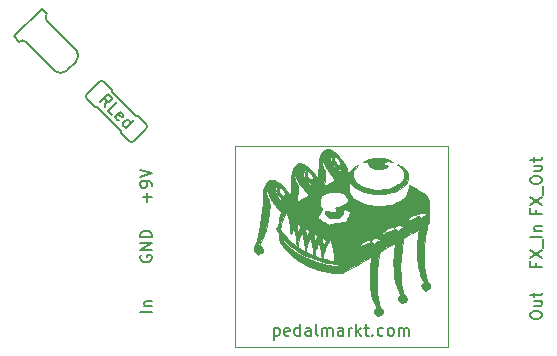
<source format=gbr>
G04 #@! TF.GenerationSoftware,KiCad,Pcbnew,(5.1.5-0-10_14)*
G04 #@! TF.CreationDate,2020-11-20T21:34:29+01:00*
G04 #@! TF.ProjectId,3pdt-45deg,33706474-2d34-4356-9465-672e6b696361,rev?*
G04 #@! TF.SameCoordinates,Original*
G04 #@! TF.FileFunction,Legend,Top*
G04 #@! TF.FilePolarity,Positive*
%FSLAX46Y46*%
G04 Gerber Fmt 4.6, Leading zero omitted, Abs format (unit mm)*
G04 Created by KiCad (PCBNEW (5.1.5-0-10_14)) date 2020-11-20 21:34:29*
%MOMM*%
%LPD*%
G04 APERTURE LIST*
%ADD10C,0.120000*%
%ADD11C,0.010000*%
%ADD12C,0.127000*%
%ADD13C,0.152400*%
%ADD14C,0.150000*%
G04 APERTURE END LIST*
D10*
X204580000Y-72000000D02*
X186580000Y-72000000D01*
X204580000Y-55000000D02*
X204580000Y-72000000D01*
X186580000Y-55000000D02*
X204580000Y-55000000D01*
X186580000Y-72000000D02*
X186580000Y-55000000D01*
D11*
G36*
X200346419Y-56569876D02*
G01*
X200330740Y-56585555D01*
X200315061Y-56569876D01*
X200330740Y-56554197D01*
X200346419Y-56569876D01*
G37*
X200346419Y-56569876D02*
X200330740Y-56585555D01*
X200315061Y-56569876D01*
X200330740Y-56554197D01*
X200346419Y-56569876D01*
G36*
X198864926Y-56006784D02*
G01*
X199013469Y-56011860D01*
X199129456Y-56022188D01*
X199227946Y-56039299D01*
X199323999Y-56064721D01*
X199358642Y-56075486D01*
X199466812Y-56114742D01*
X199585029Y-56165051D01*
X199700481Y-56219893D01*
X199800354Y-56272747D01*
X199871835Y-56317091D01*
X199902112Y-56346405D01*
X199901027Y-56351524D01*
X199866708Y-56350280D01*
X199792409Y-56333676D01*
X199737256Y-56318141D01*
X199563707Y-56288975D01*
X199404220Y-56305825D01*
X199273949Y-56366728D01*
X199256974Y-56380306D01*
X199200866Y-56447933D01*
X199198436Y-56512078D01*
X199247161Y-56577015D01*
X199333886Y-56627069D01*
X199433900Y-56648224D01*
X199438512Y-56648271D01*
X199491216Y-56661332D01*
X199487734Y-56699292D01*
X199428612Y-56760318D01*
X199397839Y-56784563D01*
X199240306Y-56872711D01*
X199042834Y-56937331D01*
X198824942Y-56974847D01*
X198606149Y-56981686D01*
X198435000Y-56960910D01*
X198234950Y-56901148D01*
X198069507Y-56816422D01*
X197944094Y-56712765D01*
X197864136Y-56596210D01*
X197835056Y-56472790D01*
X197862276Y-56348539D01*
X197870239Y-56332630D01*
X197883501Y-56289944D01*
X197859752Y-56273117D01*
X197792963Y-56282191D01*
X197677102Y-56317205D01*
X197627544Y-56334294D01*
X197531601Y-56365333D01*
X197462164Y-56382774D01*
X197437262Y-56383641D01*
X197447197Y-56355660D01*
X197503017Y-56310274D01*
X197592779Y-56254348D01*
X197704539Y-56194751D01*
X197826354Y-56138349D01*
X197941819Y-56093533D01*
X198047579Y-56058834D01*
X198138830Y-56034633D01*
X198230992Y-56019061D01*
X198339484Y-56010249D01*
X198479726Y-56006329D01*
X198667139Y-56005432D01*
X198668765Y-56005432D01*
X198864926Y-56006784D01*
G37*
X198864926Y-56006784D02*
X199013469Y-56011860D01*
X199129456Y-56022188D01*
X199227946Y-56039299D01*
X199323999Y-56064721D01*
X199358642Y-56075486D01*
X199466812Y-56114742D01*
X199585029Y-56165051D01*
X199700481Y-56219893D01*
X199800354Y-56272747D01*
X199871835Y-56317091D01*
X199902112Y-56346405D01*
X199901027Y-56351524D01*
X199866708Y-56350280D01*
X199792409Y-56333676D01*
X199737256Y-56318141D01*
X199563707Y-56288975D01*
X199404220Y-56305825D01*
X199273949Y-56366728D01*
X199256974Y-56380306D01*
X199200866Y-56447933D01*
X199198436Y-56512078D01*
X199247161Y-56577015D01*
X199333886Y-56627069D01*
X199433900Y-56648224D01*
X199438512Y-56648271D01*
X199491216Y-56661332D01*
X199487734Y-56699292D01*
X199428612Y-56760318D01*
X199397839Y-56784563D01*
X199240306Y-56872711D01*
X199042834Y-56937331D01*
X198824942Y-56974847D01*
X198606149Y-56981686D01*
X198435000Y-56960910D01*
X198234950Y-56901148D01*
X198069507Y-56816422D01*
X197944094Y-56712765D01*
X197864136Y-56596210D01*
X197835056Y-56472790D01*
X197862276Y-56348539D01*
X197870239Y-56332630D01*
X197883501Y-56289944D01*
X197859752Y-56273117D01*
X197792963Y-56282191D01*
X197677102Y-56317205D01*
X197627544Y-56334294D01*
X197531601Y-56365333D01*
X197462164Y-56382774D01*
X197437262Y-56383641D01*
X197447197Y-56355660D01*
X197503017Y-56310274D01*
X197592779Y-56254348D01*
X197704539Y-56194751D01*
X197826354Y-56138349D01*
X197941819Y-56093533D01*
X198047579Y-56058834D01*
X198138830Y-56034633D01*
X198230992Y-56019061D01*
X198339484Y-56010249D01*
X198479726Y-56006329D01*
X198667139Y-56005432D01*
X198668765Y-56005432D01*
X198864926Y-56006784D01*
G36*
X194490092Y-55250435D02*
G01*
X194588024Y-55284308D01*
X194683674Y-55329856D01*
X194758773Y-55378155D01*
X194795051Y-55420280D01*
X194796049Y-55426630D01*
X194822857Y-55449333D01*
X194873297Y-55456667D01*
X194940130Y-55480361D01*
X195035700Y-55545927D01*
X195151081Y-55645086D01*
X195277346Y-55769563D01*
X195405571Y-55911079D01*
X195526828Y-56061358D01*
X195530158Y-56065774D01*
X195777764Y-56438430D01*
X195964775Y-56818581D01*
X196021108Y-56967904D01*
X196062283Y-57083690D01*
X196096733Y-57174852D01*
X196118777Y-57226560D01*
X196122484Y-57232567D01*
X196160633Y-57230679D01*
X196226365Y-57193325D01*
X196305146Y-57131510D01*
X196382440Y-57056236D01*
X196427979Y-57001291D01*
X196533818Y-56886810D01*
X196677938Y-56770052D01*
X196838601Y-56666933D01*
X196975432Y-56600494D01*
X197100864Y-56550686D01*
X196991111Y-56637638D01*
X196789968Y-56822150D01*
X196644357Y-57014897D01*
X196591306Y-57114509D01*
X196544567Y-57229609D01*
X196524998Y-57330899D01*
X196526535Y-57453164D01*
X196528257Y-57476049D01*
X196557526Y-57653483D01*
X196619867Y-57808173D01*
X196723817Y-57955949D01*
X196865338Y-58101072D01*
X197111045Y-58288610D01*
X197401078Y-58442294D01*
X197726445Y-58561296D01*
X198078153Y-58644787D01*
X198447212Y-58691938D01*
X198824630Y-58701919D01*
X199201415Y-58673901D01*
X199568576Y-58607056D01*
X199917120Y-58500554D01*
X200142592Y-58403251D01*
X200401612Y-58254626D01*
X200604525Y-58089412D01*
X200756855Y-57902617D01*
X200819736Y-57791607D01*
X200873188Y-57675754D01*
X200901024Y-57586689D01*
X200908922Y-57496852D01*
X200903191Y-57386453D01*
X200871797Y-57206271D01*
X200803672Y-57045489D01*
X200691052Y-56890083D01*
X200548844Y-56746520D01*
X200468322Y-56670570D01*
X200413180Y-56613926D01*
X200393055Y-56586627D01*
X200394379Y-56585555D01*
X200455510Y-56604131D01*
X200549227Y-56653170D01*
X200660231Y-56722640D01*
X200773220Y-56802508D01*
X200872891Y-56882740D01*
X200928328Y-56935647D01*
X201089735Y-57145158D01*
X201190889Y-57360557D01*
X201233545Y-57578308D01*
X201219453Y-57794874D01*
X201150366Y-58006718D01*
X201028036Y-58210304D01*
X200854216Y-58402095D01*
X200630657Y-58578554D01*
X200359112Y-58736145D01*
X200041333Y-58871330D01*
X199954444Y-58901353D01*
X199555822Y-59006648D01*
X199139565Y-59067665D01*
X198715192Y-59085536D01*
X198292225Y-59061393D01*
X197880184Y-58996369D01*
X197488590Y-58891595D01*
X197126964Y-58748205D01*
X196804825Y-58567331D01*
X196734283Y-58518351D01*
X196554338Y-58372348D01*
X196419107Y-58221686D01*
X196312524Y-58046244D01*
X196254129Y-57917047D01*
X196177291Y-57730123D01*
X196176546Y-58202642D01*
X196181408Y-58472592D01*
X196199466Y-58691837D01*
X196234516Y-58871682D01*
X196290356Y-59023429D01*
X196370781Y-59158382D01*
X196479588Y-59287844D01*
X196571362Y-59378171D01*
X196823957Y-59574950D01*
X197130905Y-59745940D01*
X197488632Y-59889383D01*
X197796066Y-59979864D01*
X197896594Y-60003829D01*
X197991051Y-60021661D01*
X198091162Y-60034207D01*
X198208650Y-60042313D01*
X198355236Y-60046827D01*
X198542644Y-60048593D01*
X198747160Y-60048557D01*
X198975083Y-60047505D01*
X199152286Y-60044942D01*
X199290760Y-60039831D01*
X199402501Y-60031136D01*
X199499499Y-60017821D01*
X199593750Y-59998850D01*
X199697247Y-59973187D01*
X199734938Y-59963216D01*
X200013812Y-59874546D01*
X200284690Y-59761797D01*
X200533153Y-59632310D01*
X200744784Y-59493426D01*
X200876128Y-59382206D01*
X201035797Y-59206064D01*
X201145230Y-59032372D01*
X201213164Y-58842241D01*
X201248339Y-58616783D01*
X201251947Y-58569784D01*
X201271481Y-58278517D01*
X201930000Y-58655744D01*
X202169048Y-58794581D01*
X202358947Y-58909469D01*
X202506455Y-59004884D01*
X202618327Y-59085305D01*
X202701318Y-59155208D01*
X202736634Y-59190296D01*
X202801021Y-59261636D01*
X202852981Y-59329769D01*
X202893842Y-59402234D01*
X202924929Y-59486574D01*
X202947568Y-59590330D01*
X202963087Y-59721043D01*
X202972809Y-59886256D01*
X202978063Y-60093510D01*
X202980175Y-60350345D01*
X202980493Y-60577029D01*
X202980389Y-60839095D01*
X202979716Y-61045823D01*
X202977937Y-61204588D01*
X202974516Y-61322768D01*
X202968913Y-61407741D01*
X202960593Y-61466882D01*
X202949016Y-61507569D01*
X202933646Y-61537179D01*
X202913945Y-61563090D01*
X202908131Y-61570031D01*
X202881048Y-61610066D01*
X202856610Y-61666816D01*
X202832684Y-61749058D01*
X202807140Y-61865567D01*
X202777845Y-62025118D01*
X202742668Y-62236487D01*
X202735643Y-62280113D01*
X202687128Y-62586240D01*
X202648344Y-62842892D01*
X202618216Y-63062371D01*
X202595666Y-63256980D01*
X202579618Y-63439022D01*
X202568995Y-63620799D01*
X202562721Y-63814614D01*
X202559718Y-64032769D01*
X202558911Y-64287567D01*
X202558910Y-64299630D01*
X202561647Y-64649703D01*
X202570860Y-64951205D01*
X202587961Y-65218076D01*
X202614364Y-65464254D01*
X202651484Y-65703681D01*
X202700735Y-65950295D01*
X202746409Y-66148044D01*
X202785121Y-66296328D01*
X202819585Y-66396043D01*
X202855567Y-66460534D01*
X202898833Y-66503145D01*
X202900333Y-66504246D01*
X202994423Y-66603241D01*
X203064897Y-66734429D01*
X203099303Y-66871465D01*
X203099848Y-66926339D01*
X203088164Y-66993271D01*
X203057691Y-67044166D01*
X202994943Y-67095109D01*
X202917777Y-67143512D01*
X202816513Y-67198117D01*
X202727207Y-67235676D01*
X202677159Y-67247154D01*
X202586717Y-67219067D01*
X202496090Y-67145039D01*
X202415859Y-67040911D01*
X202356605Y-66922528D01*
X202328910Y-66805733D01*
X202333988Y-66733318D01*
X202372383Y-66662793D01*
X202440093Y-66594210D01*
X202448341Y-66588100D01*
X202543200Y-66520555D01*
X202479408Y-66417337D01*
X202407784Y-66282497D01*
X202329830Y-66103819D01*
X202252362Y-65898785D01*
X202182198Y-65684879D01*
X202149730Y-65571778D01*
X202038680Y-65055730D01*
X201973806Y-64499042D01*
X201955152Y-63903561D01*
X201982764Y-63271135D01*
X202056688Y-62603613D01*
X202074063Y-62485468D01*
X202096475Y-62331071D01*
X202113394Y-62200278D01*
X202123452Y-62104854D01*
X202125284Y-62056560D01*
X202124258Y-62053188D01*
X202094475Y-62064313D01*
X202018288Y-62102886D01*
X201903433Y-62164701D01*
X201757646Y-62245549D01*
X201588664Y-62341224D01*
X201481758Y-62402610D01*
X200852809Y-62765583D01*
X200821414Y-62913285D01*
X200793925Y-63056847D01*
X200761733Y-63247757D01*
X200726986Y-63471019D01*
X200691833Y-63711640D01*
X200658425Y-63954628D01*
X200628910Y-64184987D01*
X200605436Y-64387725D01*
X200594638Y-64495389D01*
X200581253Y-64696350D01*
X200573249Y-64937626D01*
X200570340Y-65206209D01*
X200572241Y-65489093D01*
X200578666Y-65773269D01*
X200589331Y-66045729D01*
X200603950Y-66293467D01*
X200622238Y-66503474D01*
X200641939Y-66651481D01*
X200689909Y-66917582D01*
X200734634Y-67129419D01*
X200778678Y-67295176D01*
X200824606Y-67423036D01*
X200874982Y-67521182D01*
X200932372Y-67597796D01*
X200941709Y-67607901D01*
X201046476Y-67743735D01*
X201109463Y-67880964D01*
X201124986Y-68005797D01*
X201119458Y-68039085D01*
X201079897Y-68099300D01*
X200999683Y-68168336D01*
X200897432Y-68234508D01*
X200791759Y-68286131D01*
X200701280Y-68311520D01*
X200683993Y-68312413D01*
X200589520Y-68282700D01*
X200496784Y-68206575D01*
X200417571Y-68099532D01*
X200363670Y-67977063D01*
X200346537Y-67868878D01*
X200358766Y-67778297D01*
X200406137Y-67709719D01*
X200445698Y-67675861D01*
X200544976Y-67598164D01*
X200431430Y-67367847D01*
X200261774Y-66960718D01*
X200130603Y-66507857D01*
X200038288Y-66013343D01*
X199985202Y-65481252D01*
X199971719Y-64915661D01*
X199998211Y-64320647D01*
X200065052Y-63700289D01*
X200083936Y-63569264D01*
X200103185Y-63430909D01*
X200116146Y-63316894D01*
X200121488Y-63240530D01*
X200119240Y-63215331D01*
X200088937Y-63225977D01*
X200012267Y-63264248D01*
X199896926Y-63325973D01*
X199750608Y-63406984D01*
X199581005Y-63503111D01*
X199465930Y-63569400D01*
X198828162Y-63939012D01*
X198786950Y-64142839D01*
X198743254Y-64382485D01*
X198699184Y-64666382D01*
X198657047Y-64976124D01*
X198619152Y-65293304D01*
X198587804Y-65599516D01*
X198565312Y-65876352D01*
X198560926Y-65945926D01*
X198547041Y-66625896D01*
X198584335Y-67293607D01*
X198671991Y-67938764D01*
X198749251Y-68314320D01*
X198785051Y-68453901D01*
X198820142Y-68550528D01*
X198863570Y-68623196D01*
X198924381Y-68690903D01*
X198932248Y-68698600D01*
X199024637Y-68812217D01*
X199086664Y-68936938D01*
X199112414Y-69056024D01*
X199095973Y-69152738D01*
X199094053Y-69156471D01*
X199043155Y-69212395D01*
X198954517Y-69278197D01*
X198849012Y-69341448D01*
X198747515Y-69389718D01*
X198670901Y-69410581D01*
X198667077Y-69410693D01*
X198606855Y-69389135D01*
X198532527Y-69334678D01*
X198506210Y-69309074D01*
X198411367Y-69195731D01*
X198359441Y-69093844D01*
X198340344Y-68981350D01*
X198339506Y-68944452D01*
X198347568Y-68855204D01*
X198381358Y-68799880D01*
X198433580Y-68763160D01*
X198496393Y-68721284D01*
X198527058Y-68691473D01*
X198527654Y-68689034D01*
X198514434Y-68654133D01*
X198479410Y-68578405D01*
X198429536Y-68476758D01*
X198417450Y-68452770D01*
X198297921Y-68180073D01*
X198189210Y-67859186D01*
X198095794Y-67504313D01*
X198050191Y-67287496D01*
X198028622Y-67169040D01*
X198011954Y-67059730D01*
X197999607Y-66949060D01*
X197991003Y-66826527D01*
X197985560Y-66681624D01*
X197982701Y-66503848D01*
X197981845Y-66282693D01*
X197982251Y-66055679D01*
X197983983Y-65772395D01*
X197987576Y-65540506D01*
X197993632Y-65348705D01*
X198002753Y-65185684D01*
X198015540Y-65040134D01*
X198032594Y-64900748D01*
X198049776Y-64785679D01*
X198073149Y-64633991D01*
X198091413Y-64506518D01*
X198102988Y-64415005D01*
X198106295Y-64371198D01*
X198105801Y-64369168D01*
X198077751Y-64382543D01*
X198000903Y-64424342D01*
X197880685Y-64491487D01*
X197722527Y-64580896D01*
X197531860Y-64689491D01*
X197314111Y-64814190D01*
X197074712Y-64951913D01*
X196862049Y-65074724D01*
X195627037Y-65789136D01*
X195250740Y-65786214D01*
X194868884Y-65762339D01*
X194453533Y-65699005D01*
X194016388Y-65600233D01*
X193569152Y-65470042D01*
X193123526Y-65312455D01*
X192691213Y-65131492D01*
X192283913Y-64931173D01*
X191913330Y-64715519D01*
X191688191Y-64562105D01*
X191275516Y-64223675D01*
X190897902Y-63840081D01*
X190565204Y-63421899D01*
X190412103Y-63192494D01*
X190335610Y-63067511D01*
X190287619Y-62978142D01*
X190262171Y-62907603D01*
X190253303Y-62839110D01*
X190255054Y-62755879D01*
X190255313Y-62751049D01*
X190264814Y-62575695D01*
X190450233Y-62827019D01*
X190608795Y-63022536D01*
X190805664Y-63235351D01*
X191025282Y-63450641D01*
X191252089Y-63653588D01*
X191470524Y-63829369D01*
X191598003Y-63920273D01*
X191913101Y-64114315D01*
X192274150Y-64307920D01*
X192664789Y-64493552D01*
X193068655Y-64663678D01*
X193469386Y-64810761D01*
X193675455Y-64876962D01*
X193878441Y-64934009D01*
X194105645Y-64990212D01*
X194342245Y-65042591D01*
X194573419Y-65088167D01*
X194784346Y-65123963D01*
X194960202Y-65147000D01*
X195053487Y-65153903D01*
X195282098Y-65161975D01*
X195292274Y-65036941D01*
X195306687Y-64946689D01*
X195329535Y-64880938D01*
X195335312Y-64872311D01*
X195356613Y-64836526D01*
X195340338Y-64832659D01*
X195299417Y-64855450D01*
X195246781Y-64899636D01*
X195232688Y-64914069D01*
X195185047Y-64959056D01*
X195136942Y-64980641D01*
X195067124Y-64983699D01*
X194968518Y-64974678D01*
X194686796Y-64933409D01*
X194365459Y-64868957D01*
X194021288Y-64785571D01*
X193671068Y-64687500D01*
X193331580Y-64578991D01*
X193218820Y-64538851D01*
X194003984Y-64538851D01*
X194266745Y-64606903D01*
X194462909Y-64656851D01*
X194639909Y-64700297D01*
X194787133Y-64734751D01*
X194893970Y-64757721D01*
X194946921Y-64766526D01*
X194971850Y-64751160D01*
X194976199Y-64691968D01*
X194970490Y-64636728D01*
X194960348Y-64558828D01*
X194944152Y-64433393D01*
X194923790Y-64275098D01*
X194901152Y-64098618D01*
X194890360Y-64014323D01*
X194864112Y-63829765D01*
X194835996Y-63659986D01*
X196780946Y-63659986D01*
X196786430Y-63662471D01*
X196812123Y-63643474D01*
X196858393Y-63618906D01*
X196953161Y-63576881D01*
X197086103Y-63521688D01*
X197246890Y-63457614D01*
X197423605Y-63389552D01*
X197622555Y-63313194D01*
X197769708Y-63253902D01*
X197872472Y-63208044D01*
X197938251Y-63171987D01*
X197974451Y-63142098D01*
X197988478Y-63114744D01*
X197988909Y-63112266D01*
X197998169Y-63066137D01*
X198017018Y-63050916D01*
X198059582Y-63067436D01*
X198139986Y-63116525D01*
X198148059Y-63121621D01*
X198231517Y-63189754D01*
X198283489Y-63262222D01*
X198289144Y-63278411D01*
X198316898Y-63344865D01*
X198350874Y-63349009D01*
X198390656Y-63290893D01*
X198402485Y-63264180D01*
X198474109Y-63148561D01*
X198572797Y-63063614D01*
X198681957Y-63021519D01*
X198734757Y-63020284D01*
X198801676Y-63024300D01*
X198819419Y-63008615D01*
X198805457Y-62974336D01*
X198727117Y-62888323D01*
X198609394Y-62828141D01*
X198472031Y-62798700D01*
X198334768Y-62804908D01*
X198245432Y-62835050D01*
X198041074Y-62920238D01*
X197826466Y-62976451D01*
X197720752Y-62990905D01*
X197562839Y-63026655D01*
X197418484Y-63099839D01*
X197307307Y-63199060D01*
X197272077Y-63251483D01*
X197223317Y-63309128D01*
X197139032Y-63379609D01*
X197054007Y-63437175D01*
X196951415Y-63504764D01*
X196863356Y-63571939D01*
X196817033Y-63615538D01*
X196780946Y-63659986D01*
X194835996Y-63659986D01*
X194832019Y-63635974D01*
X194796384Y-63443863D01*
X194759512Y-63264349D01*
X194723708Y-63108346D01*
X194691277Y-62986768D01*
X194664523Y-62910530D01*
X194653437Y-62892244D01*
X194623456Y-62901425D01*
X194572691Y-62958531D01*
X194506470Y-63054464D01*
X194430120Y-63180126D01*
X194348969Y-63326420D01*
X194268344Y-63484248D01*
X194193572Y-63644512D01*
X194143988Y-63762221D01*
X194075372Y-63957584D01*
X194035886Y-64134765D01*
X194020049Y-64285969D01*
X194003984Y-64538851D01*
X193218820Y-64538851D01*
X193149753Y-64514265D01*
X192582031Y-64281793D01*
X192069524Y-64025335D01*
X191608341Y-63741876D01*
X191194593Y-63428404D01*
X190824388Y-63081904D01*
X190493838Y-62699365D01*
X190199050Y-62277771D01*
X190141317Y-62183981D01*
X190084988Y-62084576D01*
X190044850Y-62002563D01*
X190029901Y-61956694D01*
X190405926Y-61956694D01*
X190412239Y-62040582D01*
X190436793Y-62117046D01*
X190488008Y-62205702D01*
X190551100Y-62294874D01*
X190681062Y-62457565D01*
X190846257Y-62643642D01*
X191032195Y-62838263D01*
X191224388Y-63026588D01*
X191408349Y-63193774D01*
X191517307Y-63284607D01*
X191622418Y-63366074D01*
X191708323Y-63428584D01*
X191764140Y-63464457D01*
X191779479Y-63469615D01*
X191780676Y-63435471D01*
X191775819Y-63361932D01*
X191879753Y-63361932D01*
X191883072Y-63468325D01*
X191898136Y-63533310D01*
X191932598Y-63578063D01*
X191967797Y-63605459D01*
X192038473Y-63652427D01*
X192133805Y-63711473D01*
X192239943Y-63774593D01*
X192343039Y-63833781D01*
X192429243Y-63881033D01*
X192484707Y-63908344D01*
X192497638Y-63911703D01*
X192496234Y-63879609D01*
X192487452Y-63795259D01*
X192487289Y-63793875D01*
X192585157Y-63793875D01*
X192590740Y-63872335D01*
X192603160Y-63924713D01*
X192628215Y-63965760D01*
X192677378Y-64004833D01*
X192762120Y-64051291D01*
X192878994Y-64107484D01*
X193017174Y-64171757D01*
X193108498Y-64211610D01*
X193162487Y-64230090D01*
X193188666Y-64230247D01*
X193196558Y-64215127D01*
X193196790Y-64209205D01*
X193194523Y-64186507D01*
X193306052Y-64186507D01*
X193336166Y-64263466D01*
X193405633Y-64321971D01*
X193521401Y-64375847D01*
X193574571Y-64396327D01*
X193712760Y-64446865D01*
X193802930Y-64474515D01*
X193855202Y-64479912D01*
X193879695Y-64463692D01*
X193886528Y-64426489D01*
X193886666Y-64415920D01*
X193880819Y-64292824D01*
X193864757Y-64141097D01*
X193840703Y-63972004D01*
X193810877Y-63796811D01*
X193777501Y-63626782D01*
X193742797Y-63473183D01*
X193708986Y-63347279D01*
X193678288Y-63260336D01*
X193652926Y-63223617D01*
X193651481Y-63223232D01*
X193619273Y-63246837D01*
X193573169Y-63317313D01*
X193518898Y-63421964D01*
X193462192Y-63548093D01*
X193408781Y-63683006D01*
X193364396Y-63814007D01*
X193336087Y-63921936D01*
X193308342Y-64077272D01*
X193306052Y-64186507D01*
X193194523Y-64186507D01*
X193192870Y-64169964D01*
X193182060Y-64079955D01*
X193165781Y-63950570D01*
X193145457Y-63793205D01*
X193133173Y-63699637D01*
X193096998Y-63445698D01*
X193060315Y-63225549D01*
X193024475Y-63045691D01*
X192990830Y-62912626D01*
X192960733Y-62832857D01*
X192949668Y-62817002D01*
X192924195Y-62829482D01*
X192880931Y-62887045D01*
X192826925Y-62977184D01*
X192769221Y-63087394D01*
X192714865Y-63205168D01*
X192676686Y-63301526D01*
X192627810Y-63468620D01*
X192596132Y-63640497D01*
X192585157Y-63793875D01*
X192487289Y-63793875D01*
X192472459Y-63668532D01*
X192452421Y-63509304D01*
X192429081Y-63331730D01*
X192400970Y-63133519D01*
X192371056Y-62942391D01*
X192341821Y-62772891D01*
X192315749Y-62639569D01*
X192298974Y-62569229D01*
X192268866Y-62467655D01*
X192247222Y-62417758D01*
X192227247Y-62410384D01*
X192202143Y-62436378D01*
X192201234Y-62437587D01*
X192104313Y-62594523D01*
X192016182Y-62787683D01*
X191944367Y-62995429D01*
X191896393Y-63196122D01*
X191879753Y-63361932D01*
X191775819Y-63361932D01*
X191775064Y-63350501D01*
X191763624Y-63226106D01*
X191747337Y-63073691D01*
X191739736Y-63007869D01*
X191703710Y-62727129D01*
X191667082Y-62488869D01*
X191630721Y-62297154D01*
X191595495Y-62156049D01*
X191562274Y-62069617D01*
X191533313Y-62041852D01*
X191505575Y-62067964D01*
X191460791Y-62136796D01*
X191408125Y-62234086D01*
X191402359Y-62245679D01*
X191350896Y-62344986D01*
X191308553Y-62417525D01*
X191283672Y-62449135D01*
X191282308Y-62449506D01*
X191271562Y-62420319D01*
X191256780Y-62340866D01*
X191239918Y-62223311D01*
X191223064Y-62081049D01*
X191185122Y-61767021D01*
X191178584Y-61722589D01*
X191785679Y-61722589D01*
X191795699Y-61863198D01*
X191821121Y-62012447D01*
X191837397Y-62075358D01*
X191889116Y-62245679D01*
X191949860Y-62112688D01*
X192522541Y-62112688D01*
X192527772Y-62212445D01*
X192542343Y-62326026D01*
X192563459Y-62439335D01*
X192588324Y-62538273D01*
X192614142Y-62608742D01*
X192638117Y-62636643D01*
X192646770Y-62632500D01*
X192662368Y-62600634D01*
X192695525Y-62525309D01*
X192711091Y-62488724D01*
X193229998Y-62488724D01*
X193235914Y-62591619D01*
X193247634Y-62707332D01*
X193263665Y-62819517D01*
X193282511Y-62911822D01*
X193292651Y-62945771D01*
X193317659Y-63003922D01*
X193341667Y-63022400D01*
X193370212Y-62996296D01*
X193408834Y-62920700D01*
X193410028Y-62917841D01*
X193928030Y-62917841D01*
X193933488Y-63013443D01*
X193948580Y-63125266D01*
X193970376Y-63239112D01*
X193995950Y-63340786D01*
X194022371Y-63416089D01*
X194046714Y-63450824D01*
X194057881Y-63447809D01*
X194073476Y-63415945D01*
X194106638Y-63340609D01*
X194151020Y-63236305D01*
X194164674Y-63203690D01*
X194213435Y-63085169D01*
X194235611Y-63009015D01*
X194226703Y-62958894D01*
X194182211Y-62918476D01*
X194097635Y-62871427D01*
X194068968Y-62856327D01*
X193995462Y-62819611D01*
X193958846Y-62812722D01*
X193941107Y-62835166D01*
X193935132Y-62852658D01*
X193928030Y-62917841D01*
X193410028Y-62917841D01*
X193460583Y-62796877D01*
X193501170Y-62693043D01*
X193530271Y-62612680D01*
X193541114Y-62574938D01*
X198783793Y-62574938D01*
X198789104Y-62594762D01*
X198831899Y-62566310D01*
X198844772Y-62555067D01*
X198897759Y-62522862D01*
X198998844Y-62474583D01*
X199136975Y-62415017D01*
X199301105Y-62348949D01*
X199460184Y-62288524D01*
X199661676Y-62212731D01*
X199809908Y-62153420D01*
X199911236Y-62107600D01*
X199972017Y-62072281D01*
X199998606Y-62044473D01*
X200001110Y-62034012D01*
X200019847Y-61987589D01*
X200040679Y-61979253D01*
X200116780Y-62002338D01*
X200202387Y-62058497D01*
X200272911Y-62128648D01*
X200301940Y-62181990D01*
X200328458Y-62247617D01*
X200360187Y-62251216D01*
X200398129Y-62192677D01*
X200407852Y-62170381D01*
X200489128Y-62039366D01*
X200600314Y-61958704D01*
X200723576Y-61933524D01*
X200800541Y-61930901D01*
X200826540Y-61917268D01*
X200813278Y-61883980D01*
X200805941Y-61872690D01*
X200729125Y-61798682D01*
X200617433Y-61736811D01*
X200498683Y-61700916D01*
X200452612Y-61696913D01*
X200370428Y-61710058D01*
X200260401Y-61744034D01*
X200175519Y-61778624D01*
X200038189Y-61829692D01*
X199883201Y-61870479D01*
X199801118Y-61884632D01*
X199619210Y-61919596D01*
X199479882Y-61978672D01*
X199364809Y-62071009D01*
X199314762Y-62127432D01*
X199239975Y-62203889D01*
X199133562Y-62294376D01*
X199017481Y-62380331D01*
X199007936Y-62386790D01*
X198907594Y-62458575D01*
X198829408Y-62522836D01*
X198787124Y-62568034D01*
X198783793Y-62574938D01*
X193541114Y-62574938D01*
X193541721Y-62572828D01*
X193541728Y-62572511D01*
X193517203Y-62546307D01*
X193456512Y-62502839D01*
X193378983Y-62454065D01*
X193303941Y-62411943D01*
X193250715Y-62388431D01*
X193241556Y-62386790D01*
X193231380Y-62414998D01*
X193229998Y-62488724D01*
X192711091Y-62488724D01*
X192739887Y-62421047D01*
X192753385Y-62388806D01*
X192797625Y-62280166D01*
X192829404Y-62197098D01*
X192843437Y-62153599D01*
X192843415Y-62150370D01*
X192814559Y-62133117D01*
X192748155Y-62094414D01*
X192691069Y-62061394D01*
X192606938Y-62014384D01*
X192561758Y-61997397D01*
X192540502Y-62008525D01*
X192529446Y-62040856D01*
X192522541Y-62112688D01*
X191949860Y-62112688D01*
X191977027Y-62053212D01*
X192025294Y-61942409D01*
X192063883Y-61844549D01*
X192082767Y-61786669D01*
X192085352Y-61739744D01*
X192059040Y-61699948D01*
X191992356Y-61654110D01*
X191943137Y-61626367D01*
X191785679Y-61540142D01*
X191785679Y-61722589D01*
X191178584Y-61722589D01*
X191141187Y-61468473D01*
X191093380Y-61197568D01*
X191071689Y-61096410D01*
X193573673Y-61096410D01*
X193601664Y-61133357D01*
X193683627Y-61196630D01*
X193817342Y-61284705D01*
X194000587Y-61396058D01*
X194067562Y-61435333D01*
X194226182Y-61527109D01*
X194366237Y-61607067D01*
X194478703Y-61670143D01*
X194554556Y-61711273D01*
X194584382Y-61725395D01*
X194604058Y-61701998D01*
X194607901Y-61671417D01*
X194614165Y-61651532D01*
X194637934Y-61633624D01*
X194686674Y-61615911D01*
X194767853Y-61596612D01*
X194888937Y-61573942D01*
X195057391Y-61546121D01*
X195169919Y-61528599D01*
X200759781Y-61528599D01*
X200770038Y-61530315D01*
X200819342Y-61493331D01*
X200827480Y-61486934D01*
X200882765Y-61455382D01*
X200985801Y-61407451D01*
X201125315Y-61347968D01*
X201290037Y-61281763D01*
X201442970Y-61223243D01*
X201651261Y-61143536D01*
X201804252Y-61080531D01*
X201906470Y-61032110D01*
X201962440Y-60996157D01*
X201977037Y-60973508D01*
X201986242Y-60920463D01*
X202020782Y-60907054D01*
X202091039Y-60932125D01*
X202137150Y-60955693D01*
X202236750Y-61027608D01*
X202280487Y-61108950D01*
X202303554Y-61176744D01*
X202334857Y-61186834D01*
X202377767Y-61138260D01*
X202415719Y-61070399D01*
X202495266Y-60961621D01*
X202598011Y-60886443D01*
X202706733Y-60855793D01*
X202749333Y-60858691D01*
X202809849Y-60861566D01*
X202816195Y-60835742D01*
X202768428Y-60779794D01*
X202753148Y-60765557D01*
X202631683Y-60676999D01*
X202506503Y-60635894D01*
X202365756Y-60641475D01*
X202197588Y-60692976D01*
X202123174Y-60724815D01*
X201974044Y-60781942D01*
X201839076Y-60814568D01*
X201781738Y-60819577D01*
X201609170Y-60847028D01*
X201445872Y-60920374D01*
X201315838Y-61028717D01*
X201312381Y-61032774D01*
X201257827Y-61100748D01*
X201223431Y-61149440D01*
X201219604Y-61156728D01*
X201189272Y-61185004D01*
X201119281Y-61235001D01*
X201023977Y-61296554D01*
X201010863Y-61304637D01*
X200908752Y-61372753D01*
X200826480Y-61437699D01*
X200780863Y-61486108D01*
X200779508Y-61488476D01*
X200759781Y-61528599D01*
X195169919Y-61528599D01*
X195274259Y-61512352D01*
X195472042Y-61481061D01*
X195648922Y-61451263D01*
X195795463Y-61424697D01*
X195902228Y-61403101D01*
X195959781Y-61388213D01*
X195966643Y-61384821D01*
X195990958Y-61346244D01*
X196032429Y-61265894D01*
X196085259Y-61156563D01*
X196143650Y-61031041D01*
X196201804Y-60902119D01*
X196253923Y-60782586D01*
X196294210Y-60685235D01*
X196316865Y-60622854D01*
X196319252Y-60606948D01*
X196287429Y-60585634D01*
X196215885Y-60541831D01*
X196119196Y-60484440D01*
X196104604Y-60475898D01*
X195903470Y-60358362D01*
X195789079Y-60423996D01*
X195721180Y-60467702D01*
X195687309Y-60512385D01*
X195675647Y-60581331D01*
X195674381Y-60650030D01*
X195650138Y-60808280D01*
X195577103Y-60932633D01*
X195453810Y-61024033D01*
X195278791Y-61083423D01*
X195050581Y-61111749D01*
X194952839Y-61114542D01*
X194804389Y-61113563D01*
X194697804Y-61105498D01*
X194612327Y-61086643D01*
X194527197Y-61053298D01*
X194477857Y-61029828D01*
X194333613Y-60937631D01*
X194244640Y-60825267D01*
X194204301Y-60682598D01*
X194200247Y-60605771D01*
X194200247Y-60480527D01*
X194396234Y-60541703D01*
X194595006Y-60593459D01*
X194775944Y-60620971D01*
X194927323Y-60623434D01*
X195037416Y-60600042D01*
X195061352Y-60587399D01*
X195122307Y-60513934D01*
X195142906Y-60415152D01*
X195121557Y-60315040D01*
X195083137Y-60259310D01*
X195056916Y-60229551D01*
X195057452Y-60209546D01*
X195094444Y-60194108D01*
X195177593Y-60178047D01*
X195259289Y-60165080D01*
X195514570Y-60106431D01*
X195726522Y-60020113D01*
X195893563Y-59911650D01*
X196014109Y-59786566D01*
X196086580Y-59650384D01*
X196109392Y-59508628D01*
X196080965Y-59366821D01*
X195999714Y-59230486D01*
X195864060Y-59105147D01*
X195672418Y-58996328D01*
X195602405Y-58967202D01*
X195352921Y-58893222D01*
X195091215Y-58855202D01*
X194827665Y-58851459D01*
X194572650Y-58880312D01*
X194336548Y-58940076D01*
X194129736Y-59029070D01*
X193962593Y-59145610D01*
X193871034Y-59247904D01*
X193830199Y-59308891D01*
X193803291Y-59363132D01*
X193787409Y-59425698D01*
X193779654Y-59511660D01*
X193777127Y-59636088D01*
X193776913Y-59737111D01*
X193778014Y-59894595D01*
X193782853Y-60003573D01*
X193793736Y-60078239D01*
X193812967Y-60132787D01*
X193842851Y-60181410D01*
X193850849Y-60192403D01*
X193924785Y-60292407D01*
X193748935Y-60668540D01*
X193683353Y-60812667D01*
X193628972Y-60939514D01*
X193590850Y-61036733D01*
X193574046Y-61091978D01*
X193573673Y-61096410D01*
X191071689Y-61096410D01*
X191043825Y-60966469D01*
X191000440Y-60805635D01*
X190933148Y-60588555D01*
X190835999Y-60742919D01*
X190725370Y-60939208D01*
X190623131Y-61158743D01*
X190534677Y-61386295D01*
X190465404Y-61606636D01*
X190420709Y-61804537D01*
X190405926Y-61956694D01*
X190029901Y-61956694D01*
X190029629Y-61955862D01*
X190055901Y-61916899D01*
X190120643Y-61875636D01*
X190135966Y-61868789D01*
X190242303Y-61824359D01*
X190253621Y-61467810D01*
X190259678Y-61310036D01*
X190268937Y-61195769D01*
X190285736Y-61105807D01*
X190314414Y-61020952D01*
X190359310Y-60922003D01*
X190391927Y-60855745D01*
X190518914Y-60600229D01*
X190381644Y-60466534D01*
X190145321Y-60219698D01*
X189925714Y-59957999D01*
X189728138Y-59689902D01*
X189557906Y-59423867D01*
X189420333Y-59168360D01*
X189320732Y-58931841D01*
X189264418Y-58722775D01*
X189262361Y-58708389D01*
X189930310Y-58708389D01*
X189950242Y-58860693D01*
X190000330Y-59025474D01*
X190077674Y-59190481D01*
X190179374Y-59343463D01*
X190200702Y-59369557D01*
X190288547Y-59457860D01*
X190397434Y-59545986D01*
X190507327Y-59619375D01*
X190598187Y-59663468D01*
X190609911Y-59666905D01*
X190663172Y-59681283D01*
X190678267Y-59686362D01*
X190708109Y-59679321D01*
X190762595Y-59660143D01*
X190835726Y-59613877D01*
X190874855Y-59567260D01*
X190894118Y-59526932D01*
X190882267Y-59521701D01*
X190828653Y-59549917D01*
X190814623Y-59557919D01*
X190755848Y-59587769D01*
X190708301Y-59593199D01*
X190648111Y-59572034D01*
X190578419Y-59536398D01*
X190415502Y-59422686D01*
X190272349Y-59270866D01*
X190158957Y-59096108D01*
X190085325Y-58913584D01*
X190061294Y-58751728D01*
X190067902Y-58706142D01*
X190265942Y-58706142D01*
X190297246Y-58875070D01*
X190385325Y-59025218D01*
X190525123Y-59148306D01*
X190542829Y-59159466D01*
X190615067Y-59202217D01*
X190656488Y-59214732D01*
X190690620Y-59198078D01*
X190724876Y-59167732D01*
X190769903Y-59101220D01*
X190781533Y-59050140D01*
X190758584Y-58937177D01*
X190699639Y-58817199D01*
X190616249Y-58703739D01*
X190519965Y-58610333D01*
X190422340Y-58550516D01*
X190343209Y-58536549D01*
X190297014Y-58547257D01*
X190273920Y-58576901D01*
X190266282Y-58642261D01*
X190265942Y-58706142D01*
X190067902Y-58706142D01*
X190080602Y-58618544D01*
X190139236Y-58534206D01*
X190237214Y-58498691D01*
X190261835Y-58497441D01*
X190323111Y-58493844D01*
X190328588Y-58481151D01*
X190302997Y-58463957D01*
X190197012Y-58431064D01*
X190084991Y-58439842D01*
X189994848Y-58487931D01*
X189992517Y-58490212D01*
X189943435Y-58580812D01*
X189930310Y-58708389D01*
X189262361Y-58708389D01*
X189257829Y-58676708D01*
X189241107Y-58568757D01*
X189223716Y-58518440D01*
X189207650Y-58520731D01*
X189194905Y-58570605D01*
X189187477Y-58663037D01*
X189187359Y-58793000D01*
X189189527Y-58848748D01*
X189198934Y-58991852D01*
X189214890Y-59103752D01*
X189243334Y-59207661D01*
X189290206Y-59326796D01*
X189340582Y-59439136D01*
X189402482Y-59581932D01*
X189447129Y-59709869D01*
X189475501Y-59835136D01*
X189488576Y-59969922D01*
X189487329Y-60126418D01*
X189472739Y-60316813D01*
X189445782Y-60553297D01*
X189436057Y-60630164D01*
X189357801Y-61163384D01*
X189266202Y-61649321D01*
X189162030Y-62085222D01*
X189046059Y-62468336D01*
X188919060Y-62795912D01*
X188781805Y-63065198D01*
X188729768Y-63147735D01*
X188590289Y-63355707D01*
X188696253Y-63421196D01*
X188780936Y-63497701D01*
X188858100Y-63607489D01*
X188913252Y-63726002D01*
X188932098Y-63820916D01*
X188923615Y-63898164D01*
X188890930Y-63960278D01*
X188823188Y-64019948D01*
X188709538Y-64089864D01*
X188695151Y-64097952D01*
X188591134Y-64154644D01*
X188523874Y-64183710D01*
X188475778Y-64188819D01*
X188429251Y-64173639D01*
X188400637Y-64159359D01*
X188302869Y-64082120D01*
X188213771Y-63965943D01*
X188149599Y-63834147D01*
X188133115Y-63775616D01*
X188128934Y-63710948D01*
X188144411Y-63631072D01*
X188183383Y-63521999D01*
X188236300Y-63399320D01*
X188382572Y-63034368D01*
X188511130Y-62628186D01*
X188622483Y-62177819D01*
X188717140Y-61680315D01*
X188795611Y-61132720D01*
X188858405Y-60532078D01*
X188906031Y-59875437D01*
X188931062Y-59370098D01*
X188943204Y-59100865D01*
X188956567Y-58884843D01*
X188973329Y-58712537D01*
X188995669Y-58574448D01*
X189025764Y-58461080D01*
X189065792Y-58362937D01*
X189117931Y-58270521D01*
X189184359Y-58174335D01*
X189214594Y-58133771D01*
X189341072Y-57987067D01*
X189462190Y-57894104D01*
X189588792Y-57848035D01*
X189679952Y-57839994D01*
X189814701Y-57856682D01*
X189941681Y-57901006D01*
X190039211Y-57964016D01*
X190071324Y-58001565D01*
X190129826Y-58048429D01*
X190177696Y-58059383D01*
X190236160Y-58082077D01*
X190324709Y-58144112D01*
X190433558Y-58236418D01*
X190552925Y-58349922D01*
X190673024Y-58475554D01*
X190784071Y-58604242D01*
X190833568Y-58667463D01*
X190927019Y-58800779D01*
X191024250Y-58953607D01*
X191091593Y-59070147D01*
X191148085Y-59170636D01*
X191194362Y-59245330D01*
X191221912Y-59280663D01*
X191224426Y-59281813D01*
X191235395Y-59259180D01*
X191246758Y-59188992D01*
X191258699Y-59068735D01*
X191271402Y-58895896D01*
X191285052Y-58667959D01*
X191299833Y-58382411D01*
X191315929Y-58036737D01*
X191316317Y-58028025D01*
X191329607Y-57754487D01*
X191343840Y-57534299D01*
X191361122Y-57358107D01*
X191370945Y-57296130D01*
X191570005Y-57296130D01*
X191570821Y-57423875D01*
X191572116Y-57453416D01*
X191582005Y-57591208D01*
X191599729Y-57704587D01*
X191630992Y-57815955D01*
X191681503Y-57947714D01*
X191722475Y-58043704D01*
X191804866Y-58251009D01*
X191853997Y-58420747D01*
X191872588Y-58546377D01*
X191873145Y-58639788D01*
X191866474Y-58779469D01*
X191854084Y-58949583D01*
X191837479Y-59134297D01*
X191818168Y-59317773D01*
X191797658Y-59484178D01*
X191777453Y-59617675D01*
X191764518Y-59682160D01*
X191759493Y-59736428D01*
X191769708Y-59752716D01*
X191804364Y-59737795D01*
X191880698Y-59697454D01*
X191986481Y-59638327D01*
X192078849Y-59585024D01*
X192231146Y-59496157D01*
X192394379Y-59401124D01*
X192541810Y-59315485D01*
X192594021Y-59285229D01*
X192822240Y-59153127D01*
X192599341Y-58911995D01*
X192320201Y-58589653D01*
X192084643Y-58274824D01*
X191895322Y-57972050D01*
X191754896Y-57685874D01*
X191666022Y-57420838D01*
X191660040Y-57388436D01*
X192319165Y-57388436D01*
X192354903Y-57552037D01*
X192423530Y-57722761D01*
X192519741Y-57889853D01*
X192638230Y-58042560D01*
X192773690Y-58170126D01*
X192920817Y-58261799D01*
X192930247Y-58266076D01*
X193036390Y-58302596D01*
X193117877Y-58298554D01*
X193199391Y-58252104D01*
X193208240Y-58245255D01*
X193264809Y-58191498D01*
X193290695Y-58148629D01*
X193290864Y-58146321D01*
X193271906Y-58139017D01*
X193229402Y-58168001D01*
X193143862Y-58207490D01*
X193040017Y-58197249D01*
X192925602Y-58144603D01*
X192808357Y-58056876D01*
X192696018Y-57941391D01*
X192596322Y-57805471D01*
X192517008Y-57656441D01*
X192465814Y-57501624D01*
X192454281Y-57434333D01*
X192454467Y-57286376D01*
X192494278Y-57183482D01*
X192572300Y-57128080D01*
X192637928Y-57118642D01*
X192703461Y-57121239D01*
X192714859Y-57137451D01*
X192680694Y-57179908D01*
X192680019Y-57180654D01*
X192638262Y-57270387D01*
X192642605Y-57384925D01*
X192688314Y-57512342D01*
X192770653Y-57640712D01*
X192884890Y-57758111D01*
X192920454Y-57786280D01*
X193012017Y-57830447D01*
X193085525Y-57821357D01*
X193134817Y-57767330D01*
X193153736Y-57676687D01*
X193136120Y-57557748D01*
X193121579Y-57514591D01*
X193051643Y-57384292D01*
X192952578Y-57268493D01*
X192834995Y-57172668D01*
X192709505Y-57102292D01*
X192586720Y-57062839D01*
X192477252Y-57059783D01*
X192391712Y-57098599D01*
X192367580Y-57125619D01*
X192321622Y-57242712D01*
X192319165Y-57388436D01*
X191660040Y-57388436D01*
X191637910Y-57268571D01*
X191621818Y-57172685D01*
X191604855Y-57133471D01*
X191589149Y-57144955D01*
X191576823Y-57201166D01*
X191570005Y-57296130D01*
X191370945Y-57296130D01*
X191383559Y-57216554D01*
X191413257Y-57100287D01*
X191452322Y-56999950D01*
X191502860Y-56906187D01*
X191566977Y-56809645D01*
X191601290Y-56762163D01*
X191721638Y-56616844D01*
X191835836Y-56523369D01*
X191956675Y-56473794D01*
X192087657Y-56460123D01*
X192169599Y-56473398D01*
X192267530Y-56507271D01*
X192363180Y-56552819D01*
X192438280Y-56601118D01*
X192474558Y-56643243D01*
X192475555Y-56649593D01*
X192502572Y-56671563D01*
X192560019Y-56679630D01*
X192625058Y-56703704D01*
X192718331Y-56770169D01*
X192831610Y-56870387D01*
X192956667Y-56995721D01*
X193085275Y-57137532D01*
X193209205Y-57287184D01*
X193320231Y-57436038D01*
X193404984Y-57566682D01*
X193477852Y-57689201D01*
X193525368Y-57763768D01*
X193553942Y-57796507D01*
X193569985Y-57793543D01*
X193579909Y-57761002D01*
X193584169Y-57737869D01*
X193590503Y-57678852D01*
X193598728Y-57567069D01*
X193608262Y-57412422D01*
X193618523Y-57224812D01*
X193628929Y-57014140D01*
X193636254Y-56852099D01*
X193649357Y-56572195D01*
X193663049Y-56346040D01*
X193679277Y-56164682D01*
X193690890Y-56083090D01*
X193888990Y-56083090D01*
X193892610Y-56230453D01*
X193902525Y-56368411D01*
X193920309Y-56482014D01*
X193951670Y-56593703D01*
X194002315Y-56725918D01*
X194042726Y-56820741D01*
X194102812Y-56967727D01*
X194147404Y-57102643D01*
X194177044Y-57235932D01*
X194192275Y-57378040D01*
X194193639Y-57539412D01*
X194181681Y-57730492D01*
X194156941Y-57961725D01*
X194119964Y-58243557D01*
X194117569Y-58260853D01*
X194096145Y-58415287D01*
X194247235Y-58330841D01*
X194335776Y-58280780D01*
X194460971Y-58209248D01*
X194605262Y-58126306D01*
X194733160Y-58052408D01*
X195067994Y-57858421D01*
X194807841Y-57562573D01*
X194540742Y-57237556D01*
X194321412Y-56925188D01*
X194152057Y-56629277D01*
X194034880Y-56353628D01*
X193986093Y-56165473D01*
X194639659Y-56165473D01*
X194675397Y-56329074D01*
X194744024Y-56499798D01*
X194840235Y-56666890D01*
X194958724Y-56819597D01*
X195094184Y-56947163D01*
X195241311Y-57038836D01*
X195250740Y-57043114D01*
X195356884Y-57079633D01*
X195438370Y-57075591D01*
X195519884Y-57029141D01*
X195528734Y-57022292D01*
X195585303Y-56968535D01*
X195611189Y-56925666D01*
X195611358Y-56923358D01*
X195592400Y-56916054D01*
X195549896Y-56945038D01*
X195464356Y-56984527D01*
X195360510Y-56974286D01*
X195246096Y-56921641D01*
X195128851Y-56833913D01*
X195016511Y-56718428D01*
X194916816Y-56582508D01*
X194837502Y-56433478D01*
X194786307Y-56278661D01*
X194774775Y-56211370D01*
X194774961Y-56063413D01*
X194814772Y-55960519D01*
X194892794Y-55905117D01*
X194958422Y-55895679D01*
X195023421Y-55898591D01*
X195034912Y-55914900D01*
X195004736Y-55953025D01*
X194958310Y-56048032D01*
X194961008Y-56166371D01*
X195009443Y-56297079D01*
X195100229Y-56429194D01*
X195175659Y-56506424D01*
X195285058Y-56588173D01*
X195370430Y-56613038D01*
X195433689Y-56581234D01*
X195460231Y-56538611D01*
X195479911Y-56459461D01*
X195466132Y-56362369D01*
X195458723Y-56336197D01*
X195398787Y-56203731D01*
X195307529Y-56083002D01*
X195195159Y-55979754D01*
X195071886Y-55899730D01*
X194947920Y-55848674D01*
X194833469Y-55832328D01*
X194738744Y-55856437D01*
X194688074Y-55902656D01*
X194642116Y-56019749D01*
X194639659Y-56165473D01*
X193986093Y-56165473D01*
X193975846Y-56125957D01*
X193950209Y-56000967D01*
X193926911Y-55936439D01*
X193907745Y-55930118D01*
X193894507Y-55979753D01*
X193888990Y-56083090D01*
X193690890Y-56083090D01*
X193699988Y-56019170D01*
X193727129Y-55900552D01*
X193762647Y-55799874D01*
X193808488Y-55708187D01*
X193866600Y-55616536D01*
X193921783Y-55539200D01*
X194042132Y-55393881D01*
X194156330Y-55300406D01*
X194277169Y-55250831D01*
X194408151Y-55237160D01*
X194490092Y-55250435D01*
G37*
X194490092Y-55250435D02*
X194588024Y-55284308D01*
X194683674Y-55329856D01*
X194758773Y-55378155D01*
X194795051Y-55420280D01*
X194796049Y-55426630D01*
X194822857Y-55449333D01*
X194873297Y-55456667D01*
X194940130Y-55480361D01*
X195035700Y-55545927D01*
X195151081Y-55645086D01*
X195277346Y-55769563D01*
X195405571Y-55911079D01*
X195526828Y-56061358D01*
X195530158Y-56065774D01*
X195777764Y-56438430D01*
X195964775Y-56818581D01*
X196021108Y-56967904D01*
X196062283Y-57083690D01*
X196096733Y-57174852D01*
X196118777Y-57226560D01*
X196122484Y-57232567D01*
X196160633Y-57230679D01*
X196226365Y-57193325D01*
X196305146Y-57131510D01*
X196382440Y-57056236D01*
X196427979Y-57001291D01*
X196533818Y-56886810D01*
X196677938Y-56770052D01*
X196838601Y-56666933D01*
X196975432Y-56600494D01*
X197100864Y-56550686D01*
X196991111Y-56637638D01*
X196789968Y-56822150D01*
X196644357Y-57014897D01*
X196591306Y-57114509D01*
X196544567Y-57229609D01*
X196524998Y-57330899D01*
X196526535Y-57453164D01*
X196528257Y-57476049D01*
X196557526Y-57653483D01*
X196619867Y-57808173D01*
X196723817Y-57955949D01*
X196865338Y-58101072D01*
X197111045Y-58288610D01*
X197401078Y-58442294D01*
X197726445Y-58561296D01*
X198078153Y-58644787D01*
X198447212Y-58691938D01*
X198824630Y-58701919D01*
X199201415Y-58673901D01*
X199568576Y-58607056D01*
X199917120Y-58500554D01*
X200142592Y-58403251D01*
X200401612Y-58254626D01*
X200604525Y-58089412D01*
X200756855Y-57902617D01*
X200819736Y-57791607D01*
X200873188Y-57675754D01*
X200901024Y-57586689D01*
X200908922Y-57496852D01*
X200903191Y-57386453D01*
X200871797Y-57206271D01*
X200803672Y-57045489D01*
X200691052Y-56890083D01*
X200548844Y-56746520D01*
X200468322Y-56670570D01*
X200413180Y-56613926D01*
X200393055Y-56586627D01*
X200394379Y-56585555D01*
X200455510Y-56604131D01*
X200549227Y-56653170D01*
X200660231Y-56722640D01*
X200773220Y-56802508D01*
X200872891Y-56882740D01*
X200928328Y-56935647D01*
X201089735Y-57145158D01*
X201190889Y-57360557D01*
X201233545Y-57578308D01*
X201219453Y-57794874D01*
X201150366Y-58006718D01*
X201028036Y-58210304D01*
X200854216Y-58402095D01*
X200630657Y-58578554D01*
X200359112Y-58736145D01*
X200041333Y-58871330D01*
X199954444Y-58901353D01*
X199555822Y-59006648D01*
X199139565Y-59067665D01*
X198715192Y-59085536D01*
X198292225Y-59061393D01*
X197880184Y-58996369D01*
X197488590Y-58891595D01*
X197126964Y-58748205D01*
X196804825Y-58567331D01*
X196734283Y-58518351D01*
X196554338Y-58372348D01*
X196419107Y-58221686D01*
X196312524Y-58046244D01*
X196254129Y-57917047D01*
X196177291Y-57730123D01*
X196176546Y-58202642D01*
X196181408Y-58472592D01*
X196199466Y-58691837D01*
X196234516Y-58871682D01*
X196290356Y-59023429D01*
X196370781Y-59158382D01*
X196479588Y-59287844D01*
X196571362Y-59378171D01*
X196823957Y-59574950D01*
X197130905Y-59745940D01*
X197488632Y-59889383D01*
X197796066Y-59979864D01*
X197896594Y-60003829D01*
X197991051Y-60021661D01*
X198091162Y-60034207D01*
X198208650Y-60042313D01*
X198355236Y-60046827D01*
X198542644Y-60048593D01*
X198747160Y-60048557D01*
X198975083Y-60047505D01*
X199152286Y-60044942D01*
X199290760Y-60039831D01*
X199402501Y-60031136D01*
X199499499Y-60017821D01*
X199593750Y-59998850D01*
X199697247Y-59973187D01*
X199734938Y-59963216D01*
X200013812Y-59874546D01*
X200284690Y-59761797D01*
X200533153Y-59632310D01*
X200744784Y-59493426D01*
X200876128Y-59382206D01*
X201035797Y-59206064D01*
X201145230Y-59032372D01*
X201213164Y-58842241D01*
X201248339Y-58616783D01*
X201251947Y-58569784D01*
X201271481Y-58278517D01*
X201930000Y-58655744D01*
X202169048Y-58794581D01*
X202358947Y-58909469D01*
X202506455Y-59004884D01*
X202618327Y-59085305D01*
X202701318Y-59155208D01*
X202736634Y-59190296D01*
X202801021Y-59261636D01*
X202852981Y-59329769D01*
X202893842Y-59402234D01*
X202924929Y-59486574D01*
X202947568Y-59590330D01*
X202963087Y-59721043D01*
X202972809Y-59886256D01*
X202978063Y-60093510D01*
X202980175Y-60350345D01*
X202980493Y-60577029D01*
X202980389Y-60839095D01*
X202979716Y-61045823D01*
X202977937Y-61204588D01*
X202974516Y-61322768D01*
X202968913Y-61407741D01*
X202960593Y-61466882D01*
X202949016Y-61507569D01*
X202933646Y-61537179D01*
X202913945Y-61563090D01*
X202908131Y-61570031D01*
X202881048Y-61610066D01*
X202856610Y-61666816D01*
X202832684Y-61749058D01*
X202807140Y-61865567D01*
X202777845Y-62025118D01*
X202742668Y-62236487D01*
X202735643Y-62280113D01*
X202687128Y-62586240D01*
X202648344Y-62842892D01*
X202618216Y-63062371D01*
X202595666Y-63256980D01*
X202579618Y-63439022D01*
X202568995Y-63620799D01*
X202562721Y-63814614D01*
X202559718Y-64032769D01*
X202558911Y-64287567D01*
X202558910Y-64299630D01*
X202561647Y-64649703D01*
X202570860Y-64951205D01*
X202587961Y-65218076D01*
X202614364Y-65464254D01*
X202651484Y-65703681D01*
X202700735Y-65950295D01*
X202746409Y-66148044D01*
X202785121Y-66296328D01*
X202819585Y-66396043D01*
X202855567Y-66460534D01*
X202898833Y-66503145D01*
X202900333Y-66504246D01*
X202994423Y-66603241D01*
X203064897Y-66734429D01*
X203099303Y-66871465D01*
X203099848Y-66926339D01*
X203088164Y-66993271D01*
X203057691Y-67044166D01*
X202994943Y-67095109D01*
X202917777Y-67143512D01*
X202816513Y-67198117D01*
X202727207Y-67235676D01*
X202677159Y-67247154D01*
X202586717Y-67219067D01*
X202496090Y-67145039D01*
X202415859Y-67040911D01*
X202356605Y-66922528D01*
X202328910Y-66805733D01*
X202333988Y-66733318D01*
X202372383Y-66662793D01*
X202440093Y-66594210D01*
X202448341Y-66588100D01*
X202543200Y-66520555D01*
X202479408Y-66417337D01*
X202407784Y-66282497D01*
X202329830Y-66103819D01*
X202252362Y-65898785D01*
X202182198Y-65684879D01*
X202149730Y-65571778D01*
X202038680Y-65055730D01*
X201973806Y-64499042D01*
X201955152Y-63903561D01*
X201982764Y-63271135D01*
X202056688Y-62603613D01*
X202074063Y-62485468D01*
X202096475Y-62331071D01*
X202113394Y-62200278D01*
X202123452Y-62104854D01*
X202125284Y-62056560D01*
X202124258Y-62053188D01*
X202094475Y-62064313D01*
X202018288Y-62102886D01*
X201903433Y-62164701D01*
X201757646Y-62245549D01*
X201588664Y-62341224D01*
X201481758Y-62402610D01*
X200852809Y-62765583D01*
X200821414Y-62913285D01*
X200793925Y-63056847D01*
X200761733Y-63247757D01*
X200726986Y-63471019D01*
X200691833Y-63711640D01*
X200658425Y-63954628D01*
X200628910Y-64184987D01*
X200605436Y-64387725D01*
X200594638Y-64495389D01*
X200581253Y-64696350D01*
X200573249Y-64937626D01*
X200570340Y-65206209D01*
X200572241Y-65489093D01*
X200578666Y-65773269D01*
X200589331Y-66045729D01*
X200603950Y-66293467D01*
X200622238Y-66503474D01*
X200641939Y-66651481D01*
X200689909Y-66917582D01*
X200734634Y-67129419D01*
X200778678Y-67295176D01*
X200824606Y-67423036D01*
X200874982Y-67521182D01*
X200932372Y-67597796D01*
X200941709Y-67607901D01*
X201046476Y-67743735D01*
X201109463Y-67880964D01*
X201124986Y-68005797D01*
X201119458Y-68039085D01*
X201079897Y-68099300D01*
X200999683Y-68168336D01*
X200897432Y-68234508D01*
X200791759Y-68286131D01*
X200701280Y-68311520D01*
X200683993Y-68312413D01*
X200589520Y-68282700D01*
X200496784Y-68206575D01*
X200417571Y-68099532D01*
X200363670Y-67977063D01*
X200346537Y-67868878D01*
X200358766Y-67778297D01*
X200406137Y-67709719D01*
X200445698Y-67675861D01*
X200544976Y-67598164D01*
X200431430Y-67367847D01*
X200261774Y-66960718D01*
X200130603Y-66507857D01*
X200038288Y-66013343D01*
X199985202Y-65481252D01*
X199971719Y-64915661D01*
X199998211Y-64320647D01*
X200065052Y-63700289D01*
X200083936Y-63569264D01*
X200103185Y-63430909D01*
X200116146Y-63316894D01*
X200121488Y-63240530D01*
X200119240Y-63215331D01*
X200088937Y-63225977D01*
X200012267Y-63264248D01*
X199896926Y-63325973D01*
X199750608Y-63406984D01*
X199581005Y-63503111D01*
X199465930Y-63569400D01*
X198828162Y-63939012D01*
X198786950Y-64142839D01*
X198743254Y-64382485D01*
X198699184Y-64666382D01*
X198657047Y-64976124D01*
X198619152Y-65293304D01*
X198587804Y-65599516D01*
X198565312Y-65876352D01*
X198560926Y-65945926D01*
X198547041Y-66625896D01*
X198584335Y-67293607D01*
X198671991Y-67938764D01*
X198749251Y-68314320D01*
X198785051Y-68453901D01*
X198820142Y-68550528D01*
X198863570Y-68623196D01*
X198924381Y-68690903D01*
X198932248Y-68698600D01*
X199024637Y-68812217D01*
X199086664Y-68936938D01*
X199112414Y-69056024D01*
X199095973Y-69152738D01*
X199094053Y-69156471D01*
X199043155Y-69212395D01*
X198954517Y-69278197D01*
X198849012Y-69341448D01*
X198747515Y-69389718D01*
X198670901Y-69410581D01*
X198667077Y-69410693D01*
X198606855Y-69389135D01*
X198532527Y-69334678D01*
X198506210Y-69309074D01*
X198411367Y-69195731D01*
X198359441Y-69093844D01*
X198340344Y-68981350D01*
X198339506Y-68944452D01*
X198347568Y-68855204D01*
X198381358Y-68799880D01*
X198433580Y-68763160D01*
X198496393Y-68721284D01*
X198527058Y-68691473D01*
X198527654Y-68689034D01*
X198514434Y-68654133D01*
X198479410Y-68578405D01*
X198429536Y-68476758D01*
X198417450Y-68452770D01*
X198297921Y-68180073D01*
X198189210Y-67859186D01*
X198095794Y-67504313D01*
X198050191Y-67287496D01*
X198028622Y-67169040D01*
X198011954Y-67059730D01*
X197999607Y-66949060D01*
X197991003Y-66826527D01*
X197985560Y-66681624D01*
X197982701Y-66503848D01*
X197981845Y-66282693D01*
X197982251Y-66055679D01*
X197983983Y-65772395D01*
X197987576Y-65540506D01*
X197993632Y-65348705D01*
X198002753Y-65185684D01*
X198015540Y-65040134D01*
X198032594Y-64900748D01*
X198049776Y-64785679D01*
X198073149Y-64633991D01*
X198091413Y-64506518D01*
X198102988Y-64415005D01*
X198106295Y-64371198D01*
X198105801Y-64369168D01*
X198077751Y-64382543D01*
X198000903Y-64424342D01*
X197880685Y-64491487D01*
X197722527Y-64580896D01*
X197531860Y-64689491D01*
X197314111Y-64814190D01*
X197074712Y-64951913D01*
X196862049Y-65074724D01*
X195627037Y-65789136D01*
X195250740Y-65786214D01*
X194868884Y-65762339D01*
X194453533Y-65699005D01*
X194016388Y-65600233D01*
X193569152Y-65470042D01*
X193123526Y-65312455D01*
X192691213Y-65131492D01*
X192283913Y-64931173D01*
X191913330Y-64715519D01*
X191688191Y-64562105D01*
X191275516Y-64223675D01*
X190897902Y-63840081D01*
X190565204Y-63421899D01*
X190412103Y-63192494D01*
X190335610Y-63067511D01*
X190287619Y-62978142D01*
X190262171Y-62907603D01*
X190253303Y-62839110D01*
X190255054Y-62755879D01*
X190255313Y-62751049D01*
X190264814Y-62575695D01*
X190450233Y-62827019D01*
X190608795Y-63022536D01*
X190805664Y-63235351D01*
X191025282Y-63450641D01*
X191252089Y-63653588D01*
X191470524Y-63829369D01*
X191598003Y-63920273D01*
X191913101Y-64114315D01*
X192274150Y-64307920D01*
X192664789Y-64493552D01*
X193068655Y-64663678D01*
X193469386Y-64810761D01*
X193675455Y-64876962D01*
X193878441Y-64934009D01*
X194105645Y-64990212D01*
X194342245Y-65042591D01*
X194573419Y-65088167D01*
X194784346Y-65123963D01*
X194960202Y-65147000D01*
X195053487Y-65153903D01*
X195282098Y-65161975D01*
X195292274Y-65036941D01*
X195306687Y-64946689D01*
X195329535Y-64880938D01*
X195335312Y-64872311D01*
X195356613Y-64836526D01*
X195340338Y-64832659D01*
X195299417Y-64855450D01*
X195246781Y-64899636D01*
X195232688Y-64914069D01*
X195185047Y-64959056D01*
X195136942Y-64980641D01*
X195067124Y-64983699D01*
X194968518Y-64974678D01*
X194686796Y-64933409D01*
X194365459Y-64868957D01*
X194021288Y-64785571D01*
X193671068Y-64687500D01*
X193331580Y-64578991D01*
X193218820Y-64538851D01*
X194003984Y-64538851D01*
X194266745Y-64606903D01*
X194462909Y-64656851D01*
X194639909Y-64700297D01*
X194787133Y-64734751D01*
X194893970Y-64757721D01*
X194946921Y-64766526D01*
X194971850Y-64751160D01*
X194976199Y-64691968D01*
X194970490Y-64636728D01*
X194960348Y-64558828D01*
X194944152Y-64433393D01*
X194923790Y-64275098D01*
X194901152Y-64098618D01*
X194890360Y-64014323D01*
X194864112Y-63829765D01*
X194835996Y-63659986D01*
X196780946Y-63659986D01*
X196786430Y-63662471D01*
X196812123Y-63643474D01*
X196858393Y-63618906D01*
X196953161Y-63576881D01*
X197086103Y-63521688D01*
X197246890Y-63457614D01*
X197423605Y-63389552D01*
X197622555Y-63313194D01*
X197769708Y-63253902D01*
X197872472Y-63208044D01*
X197938251Y-63171987D01*
X197974451Y-63142098D01*
X197988478Y-63114744D01*
X197988909Y-63112266D01*
X197998169Y-63066137D01*
X198017018Y-63050916D01*
X198059582Y-63067436D01*
X198139986Y-63116525D01*
X198148059Y-63121621D01*
X198231517Y-63189754D01*
X198283489Y-63262222D01*
X198289144Y-63278411D01*
X198316898Y-63344865D01*
X198350874Y-63349009D01*
X198390656Y-63290893D01*
X198402485Y-63264180D01*
X198474109Y-63148561D01*
X198572797Y-63063614D01*
X198681957Y-63021519D01*
X198734757Y-63020284D01*
X198801676Y-63024300D01*
X198819419Y-63008615D01*
X198805457Y-62974336D01*
X198727117Y-62888323D01*
X198609394Y-62828141D01*
X198472031Y-62798700D01*
X198334768Y-62804908D01*
X198245432Y-62835050D01*
X198041074Y-62920238D01*
X197826466Y-62976451D01*
X197720752Y-62990905D01*
X197562839Y-63026655D01*
X197418484Y-63099839D01*
X197307307Y-63199060D01*
X197272077Y-63251483D01*
X197223317Y-63309128D01*
X197139032Y-63379609D01*
X197054007Y-63437175D01*
X196951415Y-63504764D01*
X196863356Y-63571939D01*
X196817033Y-63615538D01*
X196780946Y-63659986D01*
X194835996Y-63659986D01*
X194832019Y-63635974D01*
X194796384Y-63443863D01*
X194759512Y-63264349D01*
X194723708Y-63108346D01*
X194691277Y-62986768D01*
X194664523Y-62910530D01*
X194653437Y-62892244D01*
X194623456Y-62901425D01*
X194572691Y-62958531D01*
X194506470Y-63054464D01*
X194430120Y-63180126D01*
X194348969Y-63326420D01*
X194268344Y-63484248D01*
X194193572Y-63644512D01*
X194143988Y-63762221D01*
X194075372Y-63957584D01*
X194035886Y-64134765D01*
X194020049Y-64285969D01*
X194003984Y-64538851D01*
X193218820Y-64538851D01*
X193149753Y-64514265D01*
X192582031Y-64281793D01*
X192069524Y-64025335D01*
X191608341Y-63741876D01*
X191194593Y-63428404D01*
X190824388Y-63081904D01*
X190493838Y-62699365D01*
X190199050Y-62277771D01*
X190141317Y-62183981D01*
X190084988Y-62084576D01*
X190044850Y-62002563D01*
X190029901Y-61956694D01*
X190405926Y-61956694D01*
X190412239Y-62040582D01*
X190436793Y-62117046D01*
X190488008Y-62205702D01*
X190551100Y-62294874D01*
X190681062Y-62457565D01*
X190846257Y-62643642D01*
X191032195Y-62838263D01*
X191224388Y-63026588D01*
X191408349Y-63193774D01*
X191517307Y-63284607D01*
X191622418Y-63366074D01*
X191708323Y-63428584D01*
X191764140Y-63464457D01*
X191779479Y-63469615D01*
X191780676Y-63435471D01*
X191775819Y-63361932D01*
X191879753Y-63361932D01*
X191883072Y-63468325D01*
X191898136Y-63533310D01*
X191932598Y-63578063D01*
X191967797Y-63605459D01*
X192038473Y-63652427D01*
X192133805Y-63711473D01*
X192239943Y-63774593D01*
X192343039Y-63833781D01*
X192429243Y-63881033D01*
X192484707Y-63908344D01*
X192497638Y-63911703D01*
X192496234Y-63879609D01*
X192487452Y-63795259D01*
X192487289Y-63793875D01*
X192585157Y-63793875D01*
X192590740Y-63872335D01*
X192603160Y-63924713D01*
X192628215Y-63965760D01*
X192677378Y-64004833D01*
X192762120Y-64051291D01*
X192878994Y-64107484D01*
X193017174Y-64171757D01*
X193108498Y-64211610D01*
X193162487Y-64230090D01*
X193188666Y-64230247D01*
X193196558Y-64215127D01*
X193196790Y-64209205D01*
X193194523Y-64186507D01*
X193306052Y-64186507D01*
X193336166Y-64263466D01*
X193405633Y-64321971D01*
X193521401Y-64375847D01*
X193574571Y-64396327D01*
X193712760Y-64446865D01*
X193802930Y-64474515D01*
X193855202Y-64479912D01*
X193879695Y-64463692D01*
X193886528Y-64426489D01*
X193886666Y-64415920D01*
X193880819Y-64292824D01*
X193864757Y-64141097D01*
X193840703Y-63972004D01*
X193810877Y-63796811D01*
X193777501Y-63626782D01*
X193742797Y-63473183D01*
X193708986Y-63347279D01*
X193678288Y-63260336D01*
X193652926Y-63223617D01*
X193651481Y-63223232D01*
X193619273Y-63246837D01*
X193573169Y-63317313D01*
X193518898Y-63421964D01*
X193462192Y-63548093D01*
X193408781Y-63683006D01*
X193364396Y-63814007D01*
X193336087Y-63921936D01*
X193308342Y-64077272D01*
X193306052Y-64186507D01*
X193194523Y-64186507D01*
X193192870Y-64169964D01*
X193182060Y-64079955D01*
X193165781Y-63950570D01*
X193145457Y-63793205D01*
X193133173Y-63699637D01*
X193096998Y-63445698D01*
X193060315Y-63225549D01*
X193024475Y-63045691D01*
X192990830Y-62912626D01*
X192960733Y-62832857D01*
X192949668Y-62817002D01*
X192924195Y-62829482D01*
X192880931Y-62887045D01*
X192826925Y-62977184D01*
X192769221Y-63087394D01*
X192714865Y-63205168D01*
X192676686Y-63301526D01*
X192627810Y-63468620D01*
X192596132Y-63640497D01*
X192585157Y-63793875D01*
X192487289Y-63793875D01*
X192472459Y-63668532D01*
X192452421Y-63509304D01*
X192429081Y-63331730D01*
X192400970Y-63133519D01*
X192371056Y-62942391D01*
X192341821Y-62772891D01*
X192315749Y-62639569D01*
X192298974Y-62569229D01*
X192268866Y-62467655D01*
X192247222Y-62417758D01*
X192227247Y-62410384D01*
X192202143Y-62436378D01*
X192201234Y-62437587D01*
X192104313Y-62594523D01*
X192016182Y-62787683D01*
X191944367Y-62995429D01*
X191896393Y-63196122D01*
X191879753Y-63361932D01*
X191775819Y-63361932D01*
X191775064Y-63350501D01*
X191763624Y-63226106D01*
X191747337Y-63073691D01*
X191739736Y-63007869D01*
X191703710Y-62727129D01*
X191667082Y-62488869D01*
X191630721Y-62297154D01*
X191595495Y-62156049D01*
X191562274Y-62069617D01*
X191533313Y-62041852D01*
X191505575Y-62067964D01*
X191460791Y-62136796D01*
X191408125Y-62234086D01*
X191402359Y-62245679D01*
X191350896Y-62344986D01*
X191308553Y-62417525D01*
X191283672Y-62449135D01*
X191282308Y-62449506D01*
X191271562Y-62420319D01*
X191256780Y-62340866D01*
X191239918Y-62223311D01*
X191223064Y-62081049D01*
X191185122Y-61767021D01*
X191178584Y-61722589D01*
X191785679Y-61722589D01*
X191795699Y-61863198D01*
X191821121Y-62012447D01*
X191837397Y-62075358D01*
X191889116Y-62245679D01*
X191949860Y-62112688D01*
X192522541Y-62112688D01*
X192527772Y-62212445D01*
X192542343Y-62326026D01*
X192563459Y-62439335D01*
X192588324Y-62538273D01*
X192614142Y-62608742D01*
X192638117Y-62636643D01*
X192646770Y-62632500D01*
X192662368Y-62600634D01*
X192695525Y-62525309D01*
X192711091Y-62488724D01*
X193229998Y-62488724D01*
X193235914Y-62591619D01*
X193247634Y-62707332D01*
X193263665Y-62819517D01*
X193282511Y-62911822D01*
X193292651Y-62945771D01*
X193317659Y-63003922D01*
X193341667Y-63022400D01*
X193370212Y-62996296D01*
X193408834Y-62920700D01*
X193410028Y-62917841D01*
X193928030Y-62917841D01*
X193933488Y-63013443D01*
X193948580Y-63125266D01*
X193970376Y-63239112D01*
X193995950Y-63340786D01*
X194022371Y-63416089D01*
X194046714Y-63450824D01*
X194057881Y-63447809D01*
X194073476Y-63415945D01*
X194106638Y-63340609D01*
X194151020Y-63236305D01*
X194164674Y-63203690D01*
X194213435Y-63085169D01*
X194235611Y-63009015D01*
X194226703Y-62958894D01*
X194182211Y-62918476D01*
X194097635Y-62871427D01*
X194068968Y-62856327D01*
X193995462Y-62819611D01*
X193958846Y-62812722D01*
X193941107Y-62835166D01*
X193935132Y-62852658D01*
X193928030Y-62917841D01*
X193410028Y-62917841D01*
X193460583Y-62796877D01*
X193501170Y-62693043D01*
X193530271Y-62612680D01*
X193541114Y-62574938D01*
X198783793Y-62574938D01*
X198789104Y-62594762D01*
X198831899Y-62566310D01*
X198844772Y-62555067D01*
X198897759Y-62522862D01*
X198998844Y-62474583D01*
X199136975Y-62415017D01*
X199301105Y-62348949D01*
X199460184Y-62288524D01*
X199661676Y-62212731D01*
X199809908Y-62153420D01*
X199911236Y-62107600D01*
X199972017Y-62072281D01*
X199998606Y-62044473D01*
X200001110Y-62034012D01*
X200019847Y-61987589D01*
X200040679Y-61979253D01*
X200116780Y-62002338D01*
X200202387Y-62058497D01*
X200272911Y-62128648D01*
X200301940Y-62181990D01*
X200328458Y-62247617D01*
X200360187Y-62251216D01*
X200398129Y-62192677D01*
X200407852Y-62170381D01*
X200489128Y-62039366D01*
X200600314Y-61958704D01*
X200723576Y-61933524D01*
X200800541Y-61930901D01*
X200826540Y-61917268D01*
X200813278Y-61883980D01*
X200805941Y-61872690D01*
X200729125Y-61798682D01*
X200617433Y-61736811D01*
X200498683Y-61700916D01*
X200452612Y-61696913D01*
X200370428Y-61710058D01*
X200260401Y-61744034D01*
X200175519Y-61778624D01*
X200038189Y-61829692D01*
X199883201Y-61870479D01*
X199801118Y-61884632D01*
X199619210Y-61919596D01*
X199479882Y-61978672D01*
X199364809Y-62071009D01*
X199314762Y-62127432D01*
X199239975Y-62203889D01*
X199133562Y-62294376D01*
X199017481Y-62380331D01*
X199007936Y-62386790D01*
X198907594Y-62458575D01*
X198829408Y-62522836D01*
X198787124Y-62568034D01*
X198783793Y-62574938D01*
X193541114Y-62574938D01*
X193541721Y-62572828D01*
X193541728Y-62572511D01*
X193517203Y-62546307D01*
X193456512Y-62502839D01*
X193378983Y-62454065D01*
X193303941Y-62411943D01*
X193250715Y-62388431D01*
X193241556Y-62386790D01*
X193231380Y-62414998D01*
X193229998Y-62488724D01*
X192711091Y-62488724D01*
X192739887Y-62421047D01*
X192753385Y-62388806D01*
X192797625Y-62280166D01*
X192829404Y-62197098D01*
X192843437Y-62153599D01*
X192843415Y-62150370D01*
X192814559Y-62133117D01*
X192748155Y-62094414D01*
X192691069Y-62061394D01*
X192606938Y-62014384D01*
X192561758Y-61997397D01*
X192540502Y-62008525D01*
X192529446Y-62040856D01*
X192522541Y-62112688D01*
X191949860Y-62112688D01*
X191977027Y-62053212D01*
X192025294Y-61942409D01*
X192063883Y-61844549D01*
X192082767Y-61786669D01*
X192085352Y-61739744D01*
X192059040Y-61699948D01*
X191992356Y-61654110D01*
X191943137Y-61626367D01*
X191785679Y-61540142D01*
X191785679Y-61722589D01*
X191178584Y-61722589D01*
X191141187Y-61468473D01*
X191093380Y-61197568D01*
X191071689Y-61096410D01*
X193573673Y-61096410D01*
X193601664Y-61133357D01*
X193683627Y-61196630D01*
X193817342Y-61284705D01*
X194000587Y-61396058D01*
X194067562Y-61435333D01*
X194226182Y-61527109D01*
X194366237Y-61607067D01*
X194478703Y-61670143D01*
X194554556Y-61711273D01*
X194584382Y-61725395D01*
X194604058Y-61701998D01*
X194607901Y-61671417D01*
X194614165Y-61651532D01*
X194637934Y-61633624D01*
X194686674Y-61615911D01*
X194767853Y-61596612D01*
X194888937Y-61573942D01*
X195057391Y-61546121D01*
X195169919Y-61528599D01*
X200759781Y-61528599D01*
X200770038Y-61530315D01*
X200819342Y-61493331D01*
X200827480Y-61486934D01*
X200882765Y-61455382D01*
X200985801Y-61407451D01*
X201125315Y-61347968D01*
X201290037Y-61281763D01*
X201442970Y-61223243D01*
X201651261Y-61143536D01*
X201804252Y-61080531D01*
X201906470Y-61032110D01*
X201962440Y-60996157D01*
X201977037Y-60973508D01*
X201986242Y-60920463D01*
X202020782Y-60907054D01*
X202091039Y-60932125D01*
X202137150Y-60955693D01*
X202236750Y-61027608D01*
X202280487Y-61108950D01*
X202303554Y-61176744D01*
X202334857Y-61186834D01*
X202377767Y-61138260D01*
X202415719Y-61070399D01*
X202495266Y-60961621D01*
X202598011Y-60886443D01*
X202706733Y-60855793D01*
X202749333Y-60858691D01*
X202809849Y-60861566D01*
X202816195Y-60835742D01*
X202768428Y-60779794D01*
X202753148Y-60765557D01*
X202631683Y-60676999D01*
X202506503Y-60635894D01*
X202365756Y-60641475D01*
X202197588Y-60692976D01*
X202123174Y-60724815D01*
X201974044Y-60781942D01*
X201839076Y-60814568D01*
X201781738Y-60819577D01*
X201609170Y-60847028D01*
X201445872Y-60920374D01*
X201315838Y-61028717D01*
X201312381Y-61032774D01*
X201257827Y-61100748D01*
X201223431Y-61149440D01*
X201219604Y-61156728D01*
X201189272Y-61185004D01*
X201119281Y-61235001D01*
X201023977Y-61296554D01*
X201010863Y-61304637D01*
X200908752Y-61372753D01*
X200826480Y-61437699D01*
X200780863Y-61486108D01*
X200779508Y-61488476D01*
X200759781Y-61528599D01*
X195169919Y-61528599D01*
X195274259Y-61512352D01*
X195472042Y-61481061D01*
X195648922Y-61451263D01*
X195795463Y-61424697D01*
X195902228Y-61403101D01*
X195959781Y-61388213D01*
X195966643Y-61384821D01*
X195990958Y-61346244D01*
X196032429Y-61265894D01*
X196085259Y-61156563D01*
X196143650Y-61031041D01*
X196201804Y-60902119D01*
X196253923Y-60782586D01*
X196294210Y-60685235D01*
X196316865Y-60622854D01*
X196319252Y-60606948D01*
X196287429Y-60585634D01*
X196215885Y-60541831D01*
X196119196Y-60484440D01*
X196104604Y-60475898D01*
X195903470Y-60358362D01*
X195789079Y-60423996D01*
X195721180Y-60467702D01*
X195687309Y-60512385D01*
X195675647Y-60581331D01*
X195674381Y-60650030D01*
X195650138Y-60808280D01*
X195577103Y-60932633D01*
X195453810Y-61024033D01*
X195278791Y-61083423D01*
X195050581Y-61111749D01*
X194952839Y-61114542D01*
X194804389Y-61113563D01*
X194697804Y-61105498D01*
X194612327Y-61086643D01*
X194527197Y-61053298D01*
X194477857Y-61029828D01*
X194333613Y-60937631D01*
X194244640Y-60825267D01*
X194204301Y-60682598D01*
X194200247Y-60605771D01*
X194200247Y-60480527D01*
X194396234Y-60541703D01*
X194595006Y-60593459D01*
X194775944Y-60620971D01*
X194927323Y-60623434D01*
X195037416Y-60600042D01*
X195061352Y-60587399D01*
X195122307Y-60513934D01*
X195142906Y-60415152D01*
X195121557Y-60315040D01*
X195083137Y-60259310D01*
X195056916Y-60229551D01*
X195057452Y-60209546D01*
X195094444Y-60194108D01*
X195177593Y-60178047D01*
X195259289Y-60165080D01*
X195514570Y-60106431D01*
X195726522Y-60020113D01*
X195893563Y-59911650D01*
X196014109Y-59786566D01*
X196086580Y-59650384D01*
X196109392Y-59508628D01*
X196080965Y-59366821D01*
X195999714Y-59230486D01*
X195864060Y-59105147D01*
X195672418Y-58996328D01*
X195602405Y-58967202D01*
X195352921Y-58893222D01*
X195091215Y-58855202D01*
X194827665Y-58851459D01*
X194572650Y-58880312D01*
X194336548Y-58940076D01*
X194129736Y-59029070D01*
X193962593Y-59145610D01*
X193871034Y-59247904D01*
X193830199Y-59308891D01*
X193803291Y-59363132D01*
X193787409Y-59425698D01*
X193779654Y-59511660D01*
X193777127Y-59636088D01*
X193776913Y-59737111D01*
X193778014Y-59894595D01*
X193782853Y-60003573D01*
X193793736Y-60078239D01*
X193812967Y-60132787D01*
X193842851Y-60181410D01*
X193850849Y-60192403D01*
X193924785Y-60292407D01*
X193748935Y-60668540D01*
X193683353Y-60812667D01*
X193628972Y-60939514D01*
X193590850Y-61036733D01*
X193574046Y-61091978D01*
X193573673Y-61096410D01*
X191071689Y-61096410D01*
X191043825Y-60966469D01*
X191000440Y-60805635D01*
X190933148Y-60588555D01*
X190835999Y-60742919D01*
X190725370Y-60939208D01*
X190623131Y-61158743D01*
X190534677Y-61386295D01*
X190465404Y-61606636D01*
X190420709Y-61804537D01*
X190405926Y-61956694D01*
X190029901Y-61956694D01*
X190029629Y-61955862D01*
X190055901Y-61916899D01*
X190120643Y-61875636D01*
X190135966Y-61868789D01*
X190242303Y-61824359D01*
X190253621Y-61467810D01*
X190259678Y-61310036D01*
X190268937Y-61195769D01*
X190285736Y-61105807D01*
X190314414Y-61020952D01*
X190359310Y-60922003D01*
X190391927Y-60855745D01*
X190518914Y-60600229D01*
X190381644Y-60466534D01*
X190145321Y-60219698D01*
X189925714Y-59957999D01*
X189728138Y-59689902D01*
X189557906Y-59423867D01*
X189420333Y-59168360D01*
X189320732Y-58931841D01*
X189264418Y-58722775D01*
X189262361Y-58708389D01*
X189930310Y-58708389D01*
X189950242Y-58860693D01*
X190000330Y-59025474D01*
X190077674Y-59190481D01*
X190179374Y-59343463D01*
X190200702Y-59369557D01*
X190288547Y-59457860D01*
X190397434Y-59545986D01*
X190507327Y-59619375D01*
X190598187Y-59663468D01*
X190609911Y-59666905D01*
X190663172Y-59681283D01*
X190678267Y-59686362D01*
X190708109Y-59679321D01*
X190762595Y-59660143D01*
X190835726Y-59613877D01*
X190874855Y-59567260D01*
X190894118Y-59526932D01*
X190882267Y-59521701D01*
X190828653Y-59549917D01*
X190814623Y-59557919D01*
X190755848Y-59587769D01*
X190708301Y-59593199D01*
X190648111Y-59572034D01*
X190578419Y-59536398D01*
X190415502Y-59422686D01*
X190272349Y-59270866D01*
X190158957Y-59096108D01*
X190085325Y-58913584D01*
X190061294Y-58751728D01*
X190067902Y-58706142D01*
X190265942Y-58706142D01*
X190297246Y-58875070D01*
X190385325Y-59025218D01*
X190525123Y-59148306D01*
X190542829Y-59159466D01*
X190615067Y-59202217D01*
X190656488Y-59214732D01*
X190690620Y-59198078D01*
X190724876Y-59167732D01*
X190769903Y-59101220D01*
X190781533Y-59050140D01*
X190758584Y-58937177D01*
X190699639Y-58817199D01*
X190616249Y-58703739D01*
X190519965Y-58610333D01*
X190422340Y-58550516D01*
X190343209Y-58536549D01*
X190297014Y-58547257D01*
X190273920Y-58576901D01*
X190266282Y-58642261D01*
X190265942Y-58706142D01*
X190067902Y-58706142D01*
X190080602Y-58618544D01*
X190139236Y-58534206D01*
X190237214Y-58498691D01*
X190261835Y-58497441D01*
X190323111Y-58493844D01*
X190328588Y-58481151D01*
X190302997Y-58463957D01*
X190197012Y-58431064D01*
X190084991Y-58439842D01*
X189994848Y-58487931D01*
X189992517Y-58490212D01*
X189943435Y-58580812D01*
X189930310Y-58708389D01*
X189262361Y-58708389D01*
X189257829Y-58676708D01*
X189241107Y-58568757D01*
X189223716Y-58518440D01*
X189207650Y-58520731D01*
X189194905Y-58570605D01*
X189187477Y-58663037D01*
X189187359Y-58793000D01*
X189189527Y-58848748D01*
X189198934Y-58991852D01*
X189214890Y-59103752D01*
X189243334Y-59207661D01*
X189290206Y-59326796D01*
X189340582Y-59439136D01*
X189402482Y-59581932D01*
X189447129Y-59709869D01*
X189475501Y-59835136D01*
X189488576Y-59969922D01*
X189487329Y-60126418D01*
X189472739Y-60316813D01*
X189445782Y-60553297D01*
X189436057Y-60630164D01*
X189357801Y-61163384D01*
X189266202Y-61649321D01*
X189162030Y-62085222D01*
X189046059Y-62468336D01*
X188919060Y-62795912D01*
X188781805Y-63065198D01*
X188729768Y-63147735D01*
X188590289Y-63355707D01*
X188696253Y-63421196D01*
X188780936Y-63497701D01*
X188858100Y-63607489D01*
X188913252Y-63726002D01*
X188932098Y-63820916D01*
X188923615Y-63898164D01*
X188890930Y-63960278D01*
X188823188Y-64019948D01*
X188709538Y-64089864D01*
X188695151Y-64097952D01*
X188591134Y-64154644D01*
X188523874Y-64183710D01*
X188475778Y-64188819D01*
X188429251Y-64173639D01*
X188400637Y-64159359D01*
X188302869Y-64082120D01*
X188213771Y-63965943D01*
X188149599Y-63834147D01*
X188133115Y-63775616D01*
X188128934Y-63710948D01*
X188144411Y-63631072D01*
X188183383Y-63521999D01*
X188236300Y-63399320D01*
X188382572Y-63034368D01*
X188511130Y-62628186D01*
X188622483Y-62177819D01*
X188717140Y-61680315D01*
X188795611Y-61132720D01*
X188858405Y-60532078D01*
X188906031Y-59875437D01*
X188931062Y-59370098D01*
X188943204Y-59100865D01*
X188956567Y-58884843D01*
X188973329Y-58712537D01*
X188995669Y-58574448D01*
X189025764Y-58461080D01*
X189065792Y-58362937D01*
X189117931Y-58270521D01*
X189184359Y-58174335D01*
X189214594Y-58133771D01*
X189341072Y-57987067D01*
X189462190Y-57894104D01*
X189588792Y-57848035D01*
X189679952Y-57839994D01*
X189814701Y-57856682D01*
X189941681Y-57901006D01*
X190039211Y-57964016D01*
X190071324Y-58001565D01*
X190129826Y-58048429D01*
X190177696Y-58059383D01*
X190236160Y-58082077D01*
X190324709Y-58144112D01*
X190433558Y-58236418D01*
X190552925Y-58349922D01*
X190673024Y-58475554D01*
X190784071Y-58604242D01*
X190833568Y-58667463D01*
X190927019Y-58800779D01*
X191024250Y-58953607D01*
X191091593Y-59070147D01*
X191148085Y-59170636D01*
X191194362Y-59245330D01*
X191221912Y-59280663D01*
X191224426Y-59281813D01*
X191235395Y-59259180D01*
X191246758Y-59188992D01*
X191258699Y-59068735D01*
X191271402Y-58895896D01*
X191285052Y-58667959D01*
X191299833Y-58382411D01*
X191315929Y-58036737D01*
X191316317Y-58028025D01*
X191329607Y-57754487D01*
X191343840Y-57534299D01*
X191361122Y-57358107D01*
X191370945Y-57296130D01*
X191570005Y-57296130D01*
X191570821Y-57423875D01*
X191572116Y-57453416D01*
X191582005Y-57591208D01*
X191599729Y-57704587D01*
X191630992Y-57815955D01*
X191681503Y-57947714D01*
X191722475Y-58043704D01*
X191804866Y-58251009D01*
X191853997Y-58420747D01*
X191872588Y-58546377D01*
X191873145Y-58639788D01*
X191866474Y-58779469D01*
X191854084Y-58949583D01*
X191837479Y-59134297D01*
X191818168Y-59317773D01*
X191797658Y-59484178D01*
X191777453Y-59617675D01*
X191764518Y-59682160D01*
X191759493Y-59736428D01*
X191769708Y-59752716D01*
X191804364Y-59737795D01*
X191880698Y-59697454D01*
X191986481Y-59638327D01*
X192078849Y-59585024D01*
X192231146Y-59496157D01*
X192394379Y-59401124D01*
X192541810Y-59315485D01*
X192594021Y-59285229D01*
X192822240Y-59153127D01*
X192599341Y-58911995D01*
X192320201Y-58589653D01*
X192084643Y-58274824D01*
X191895322Y-57972050D01*
X191754896Y-57685874D01*
X191666022Y-57420838D01*
X191660040Y-57388436D01*
X192319165Y-57388436D01*
X192354903Y-57552037D01*
X192423530Y-57722761D01*
X192519741Y-57889853D01*
X192638230Y-58042560D01*
X192773690Y-58170126D01*
X192920817Y-58261799D01*
X192930247Y-58266076D01*
X193036390Y-58302596D01*
X193117877Y-58298554D01*
X193199391Y-58252104D01*
X193208240Y-58245255D01*
X193264809Y-58191498D01*
X193290695Y-58148629D01*
X193290864Y-58146321D01*
X193271906Y-58139017D01*
X193229402Y-58168001D01*
X193143862Y-58207490D01*
X193040017Y-58197249D01*
X192925602Y-58144603D01*
X192808357Y-58056876D01*
X192696018Y-57941391D01*
X192596322Y-57805471D01*
X192517008Y-57656441D01*
X192465814Y-57501624D01*
X192454281Y-57434333D01*
X192454467Y-57286376D01*
X192494278Y-57183482D01*
X192572300Y-57128080D01*
X192637928Y-57118642D01*
X192703461Y-57121239D01*
X192714859Y-57137451D01*
X192680694Y-57179908D01*
X192680019Y-57180654D01*
X192638262Y-57270387D01*
X192642605Y-57384925D01*
X192688314Y-57512342D01*
X192770653Y-57640712D01*
X192884890Y-57758111D01*
X192920454Y-57786280D01*
X193012017Y-57830447D01*
X193085525Y-57821357D01*
X193134817Y-57767330D01*
X193153736Y-57676687D01*
X193136120Y-57557748D01*
X193121579Y-57514591D01*
X193051643Y-57384292D01*
X192952578Y-57268493D01*
X192834995Y-57172668D01*
X192709505Y-57102292D01*
X192586720Y-57062839D01*
X192477252Y-57059783D01*
X192391712Y-57098599D01*
X192367580Y-57125619D01*
X192321622Y-57242712D01*
X192319165Y-57388436D01*
X191660040Y-57388436D01*
X191637910Y-57268571D01*
X191621818Y-57172685D01*
X191604855Y-57133471D01*
X191589149Y-57144955D01*
X191576823Y-57201166D01*
X191570005Y-57296130D01*
X191370945Y-57296130D01*
X191383559Y-57216554D01*
X191413257Y-57100287D01*
X191452322Y-56999950D01*
X191502860Y-56906187D01*
X191566977Y-56809645D01*
X191601290Y-56762163D01*
X191721638Y-56616844D01*
X191835836Y-56523369D01*
X191956675Y-56473794D01*
X192087657Y-56460123D01*
X192169599Y-56473398D01*
X192267530Y-56507271D01*
X192363180Y-56552819D01*
X192438280Y-56601118D01*
X192474558Y-56643243D01*
X192475555Y-56649593D01*
X192502572Y-56671563D01*
X192560019Y-56679630D01*
X192625058Y-56703704D01*
X192718331Y-56770169D01*
X192831610Y-56870387D01*
X192956667Y-56995721D01*
X193085275Y-57137532D01*
X193209205Y-57287184D01*
X193320231Y-57436038D01*
X193404984Y-57566682D01*
X193477852Y-57689201D01*
X193525368Y-57763768D01*
X193553942Y-57796507D01*
X193569985Y-57793543D01*
X193579909Y-57761002D01*
X193584169Y-57737869D01*
X193590503Y-57678852D01*
X193598728Y-57567069D01*
X193608262Y-57412422D01*
X193618523Y-57224812D01*
X193628929Y-57014140D01*
X193636254Y-56852099D01*
X193649357Y-56572195D01*
X193663049Y-56346040D01*
X193679277Y-56164682D01*
X193690890Y-56083090D01*
X193888990Y-56083090D01*
X193892610Y-56230453D01*
X193902525Y-56368411D01*
X193920309Y-56482014D01*
X193951670Y-56593703D01*
X194002315Y-56725918D01*
X194042726Y-56820741D01*
X194102812Y-56967727D01*
X194147404Y-57102643D01*
X194177044Y-57235932D01*
X194192275Y-57378040D01*
X194193639Y-57539412D01*
X194181681Y-57730492D01*
X194156941Y-57961725D01*
X194119964Y-58243557D01*
X194117569Y-58260853D01*
X194096145Y-58415287D01*
X194247235Y-58330841D01*
X194335776Y-58280780D01*
X194460971Y-58209248D01*
X194605262Y-58126306D01*
X194733160Y-58052408D01*
X195067994Y-57858421D01*
X194807841Y-57562573D01*
X194540742Y-57237556D01*
X194321412Y-56925188D01*
X194152057Y-56629277D01*
X194034880Y-56353628D01*
X193986093Y-56165473D01*
X194639659Y-56165473D01*
X194675397Y-56329074D01*
X194744024Y-56499798D01*
X194840235Y-56666890D01*
X194958724Y-56819597D01*
X195094184Y-56947163D01*
X195241311Y-57038836D01*
X195250740Y-57043114D01*
X195356884Y-57079633D01*
X195438370Y-57075591D01*
X195519884Y-57029141D01*
X195528734Y-57022292D01*
X195585303Y-56968535D01*
X195611189Y-56925666D01*
X195611358Y-56923358D01*
X195592400Y-56916054D01*
X195549896Y-56945038D01*
X195464356Y-56984527D01*
X195360510Y-56974286D01*
X195246096Y-56921641D01*
X195128851Y-56833913D01*
X195016511Y-56718428D01*
X194916816Y-56582508D01*
X194837502Y-56433478D01*
X194786307Y-56278661D01*
X194774775Y-56211370D01*
X194774961Y-56063413D01*
X194814772Y-55960519D01*
X194892794Y-55905117D01*
X194958422Y-55895679D01*
X195023421Y-55898591D01*
X195034912Y-55914900D01*
X195004736Y-55953025D01*
X194958310Y-56048032D01*
X194961008Y-56166371D01*
X195009443Y-56297079D01*
X195100229Y-56429194D01*
X195175659Y-56506424D01*
X195285058Y-56588173D01*
X195370430Y-56613038D01*
X195433689Y-56581234D01*
X195460231Y-56538611D01*
X195479911Y-56459461D01*
X195466132Y-56362369D01*
X195458723Y-56336197D01*
X195398787Y-56203731D01*
X195307529Y-56083002D01*
X195195159Y-55979754D01*
X195071886Y-55899730D01*
X194947920Y-55848674D01*
X194833469Y-55832328D01*
X194738744Y-55856437D01*
X194688074Y-55902656D01*
X194642116Y-56019749D01*
X194639659Y-56165473D01*
X193986093Y-56165473D01*
X193975846Y-56125957D01*
X193950209Y-56000967D01*
X193926911Y-55936439D01*
X193907745Y-55930118D01*
X193894507Y-55979753D01*
X193888990Y-56083090D01*
X193690890Y-56083090D01*
X193699988Y-56019170D01*
X193727129Y-55900552D01*
X193762647Y-55799874D01*
X193808488Y-55708187D01*
X193866600Y-55616536D01*
X193921783Y-55539200D01*
X194042132Y-55393881D01*
X194156330Y-55300406D01*
X194277169Y-55250831D01*
X194408151Y-55237160D01*
X194490092Y-55250435D01*
D12*
X173060064Y-47881645D02*
G75*
G03X172970261Y-46714210I-628619J538816D01*
G01*
X173060064Y-47881644D02*
X172341644Y-48600064D01*
X171174210Y-48510260D02*
G75*
G03X172341644Y-48600064I628619J538815D01*
G01*
X171174210Y-48510261D02*
X168839344Y-46175395D01*
X168300528Y-46175395D02*
G75*
G02X168839344Y-46175395I269408J-269408D01*
G01*
X172970261Y-46714210D02*
X170635395Y-44379344D01*
X170635395Y-43840528D02*
G75*
G03X170635395Y-44379344I269408J-269408D01*
G01*
X168300528Y-46175395D02*
X167851515Y-45726382D01*
X167851515Y-45726382D02*
X170186382Y-43391515D01*
X170186382Y-43391515D02*
X170635395Y-43840528D01*
D13*
X175441055Y-49544215D02*
G75*
G03X175081845Y-49544215I-179605J-179605D01*
G01*
X174004215Y-50981055D02*
G75*
G02X174004215Y-50621845I179605J179605D01*
G01*
X177978155Y-54595786D02*
G75*
G02X177618944Y-54595785I-179605J179606D01*
G01*
X179055786Y-53518155D02*
G75*
G03X179055785Y-53158944I-179606J179605D01*
G01*
X174004215Y-50621845D02*
X175081845Y-49544215D01*
X175441056Y-49544215D02*
X176159476Y-50262635D01*
X176159476Y-50442240D02*
X176159476Y-50262635D01*
X174004215Y-50981056D02*
X174722635Y-51699476D01*
X174902240Y-51699476D02*
X174722635Y-51699476D01*
X178157760Y-52440524D02*
X178337365Y-52440524D01*
X178157760Y-52440524D02*
X176159476Y-50442240D01*
X176900524Y-53697760D02*
X176900524Y-53877365D01*
X176900524Y-53697760D02*
X174902240Y-51699476D01*
X179055785Y-53158944D02*
X178337365Y-52440524D01*
X177618944Y-54595785D02*
X176900524Y-53877365D01*
X177978155Y-54595785D02*
X179055785Y-53518155D01*
D14*
X189865714Y-70397714D02*
X189865714Y-71397714D01*
X189865714Y-70445333D02*
X189960952Y-70397714D01*
X190151428Y-70397714D01*
X190246666Y-70445333D01*
X190294285Y-70492952D01*
X190341904Y-70588190D01*
X190341904Y-70873904D01*
X190294285Y-70969142D01*
X190246666Y-71016761D01*
X190151428Y-71064380D01*
X189960952Y-71064380D01*
X189865714Y-71016761D01*
X191151428Y-71016761D02*
X191056190Y-71064380D01*
X190865714Y-71064380D01*
X190770476Y-71016761D01*
X190722857Y-70921523D01*
X190722857Y-70540571D01*
X190770476Y-70445333D01*
X190865714Y-70397714D01*
X191056190Y-70397714D01*
X191151428Y-70445333D01*
X191199047Y-70540571D01*
X191199047Y-70635809D01*
X190722857Y-70731047D01*
X192056190Y-71064380D02*
X192056190Y-70064380D01*
X192056190Y-71016761D02*
X191960952Y-71064380D01*
X191770476Y-71064380D01*
X191675238Y-71016761D01*
X191627619Y-70969142D01*
X191580000Y-70873904D01*
X191580000Y-70588190D01*
X191627619Y-70492952D01*
X191675238Y-70445333D01*
X191770476Y-70397714D01*
X191960952Y-70397714D01*
X192056190Y-70445333D01*
X192960952Y-71064380D02*
X192960952Y-70540571D01*
X192913333Y-70445333D01*
X192818095Y-70397714D01*
X192627619Y-70397714D01*
X192532380Y-70445333D01*
X192960952Y-71016761D02*
X192865714Y-71064380D01*
X192627619Y-71064380D01*
X192532380Y-71016761D01*
X192484761Y-70921523D01*
X192484761Y-70826285D01*
X192532380Y-70731047D01*
X192627619Y-70683428D01*
X192865714Y-70683428D01*
X192960952Y-70635809D01*
X193580000Y-71064380D02*
X193484761Y-71016761D01*
X193437142Y-70921523D01*
X193437142Y-70064380D01*
X193960952Y-71064380D02*
X193960952Y-70397714D01*
X193960952Y-70492952D02*
X194008571Y-70445333D01*
X194103809Y-70397714D01*
X194246666Y-70397714D01*
X194341904Y-70445333D01*
X194389523Y-70540571D01*
X194389523Y-71064380D01*
X194389523Y-70540571D02*
X194437142Y-70445333D01*
X194532380Y-70397714D01*
X194675238Y-70397714D01*
X194770476Y-70445333D01*
X194818095Y-70540571D01*
X194818095Y-71064380D01*
X195722857Y-71064380D02*
X195722857Y-70540571D01*
X195675238Y-70445333D01*
X195580000Y-70397714D01*
X195389523Y-70397714D01*
X195294285Y-70445333D01*
X195722857Y-71016761D02*
X195627619Y-71064380D01*
X195389523Y-71064380D01*
X195294285Y-71016761D01*
X195246666Y-70921523D01*
X195246666Y-70826285D01*
X195294285Y-70731047D01*
X195389523Y-70683428D01*
X195627619Y-70683428D01*
X195722857Y-70635809D01*
X196199047Y-71064380D02*
X196199047Y-70397714D01*
X196199047Y-70588190D02*
X196246666Y-70492952D01*
X196294285Y-70445333D01*
X196389523Y-70397714D01*
X196484761Y-70397714D01*
X196818095Y-71064380D02*
X196818095Y-70064380D01*
X196913333Y-70683428D02*
X197199047Y-71064380D01*
X197199047Y-70397714D02*
X196818095Y-70778666D01*
X197484761Y-70397714D02*
X197865714Y-70397714D01*
X197627619Y-70064380D02*
X197627619Y-70921523D01*
X197675238Y-71016761D01*
X197770476Y-71064380D01*
X197865714Y-71064380D01*
X198199047Y-70969142D02*
X198246666Y-71016761D01*
X198199047Y-71064380D01*
X198151428Y-71016761D01*
X198199047Y-70969142D01*
X198199047Y-71064380D01*
X199103809Y-71016761D02*
X199008571Y-71064380D01*
X198818095Y-71064380D01*
X198722857Y-71016761D01*
X198675238Y-70969142D01*
X198627619Y-70873904D01*
X198627619Y-70588190D01*
X198675238Y-70492952D01*
X198722857Y-70445333D01*
X198818095Y-70397714D01*
X199008571Y-70397714D01*
X199103809Y-70445333D01*
X199675238Y-71064380D02*
X199580000Y-71016761D01*
X199532380Y-70969142D01*
X199484761Y-70873904D01*
X199484761Y-70588190D01*
X199532380Y-70492952D01*
X199580000Y-70445333D01*
X199675238Y-70397714D01*
X199818095Y-70397714D01*
X199913333Y-70445333D01*
X199960952Y-70492952D01*
X200008571Y-70588190D01*
X200008571Y-70873904D01*
X199960952Y-70969142D01*
X199913333Y-71016761D01*
X199818095Y-71064380D01*
X199675238Y-71064380D01*
X200437142Y-71064380D02*
X200437142Y-70397714D01*
X200437142Y-70492952D02*
X200484761Y-70445333D01*
X200580000Y-70397714D01*
X200722857Y-70397714D01*
X200818095Y-70445333D01*
X200865714Y-70540571D01*
X200865714Y-71064380D01*
X200865714Y-70540571D02*
X200913333Y-70445333D01*
X201008571Y-70397714D01*
X201151428Y-70397714D01*
X201246666Y-70445333D01*
X201294285Y-70540571D01*
X201294285Y-71064380D01*
X179522380Y-69032380D02*
X178522380Y-69032380D01*
X178855714Y-68556190D02*
X179522380Y-68556190D01*
X178950952Y-68556190D02*
X178903333Y-68508571D01*
X178855714Y-68413333D01*
X178855714Y-68270476D01*
X178903333Y-68175238D01*
X178998571Y-68127619D01*
X179522380Y-68127619D01*
X211542380Y-69413333D02*
X211542380Y-69222857D01*
X211590000Y-69127619D01*
X211685238Y-69032380D01*
X211875714Y-68984761D01*
X212209047Y-68984761D01*
X212399523Y-69032380D01*
X212494761Y-69127619D01*
X212542380Y-69222857D01*
X212542380Y-69413333D01*
X212494761Y-69508571D01*
X212399523Y-69603809D01*
X212209047Y-69651428D01*
X211875714Y-69651428D01*
X211685238Y-69603809D01*
X211590000Y-69508571D01*
X211542380Y-69413333D01*
X211875714Y-68127619D02*
X212542380Y-68127619D01*
X211875714Y-68556190D02*
X212399523Y-68556190D01*
X212494761Y-68508571D01*
X212542380Y-68413333D01*
X212542380Y-68270476D01*
X212494761Y-68175238D01*
X212447142Y-68127619D01*
X211875714Y-67794285D02*
X211875714Y-67413333D01*
X211542380Y-67651428D02*
X212399523Y-67651428D01*
X212494761Y-67603809D01*
X212542380Y-67508571D01*
X212542380Y-67413333D01*
X178570000Y-64261904D02*
X178522380Y-64357142D01*
X178522380Y-64500000D01*
X178570000Y-64642857D01*
X178665238Y-64738095D01*
X178760476Y-64785714D01*
X178950952Y-64833333D01*
X179093809Y-64833333D01*
X179284285Y-64785714D01*
X179379523Y-64738095D01*
X179474761Y-64642857D01*
X179522380Y-64500000D01*
X179522380Y-64404761D01*
X179474761Y-64261904D01*
X179427142Y-64214285D01*
X179093809Y-64214285D01*
X179093809Y-64404761D01*
X179522380Y-63785714D02*
X178522380Y-63785714D01*
X179522380Y-63214285D01*
X178522380Y-63214285D01*
X179522380Y-62738095D02*
X178522380Y-62738095D01*
X178522380Y-62500000D01*
X178570000Y-62357142D01*
X178665238Y-62261904D01*
X178760476Y-62214285D01*
X178950952Y-62166666D01*
X179093809Y-62166666D01*
X179284285Y-62214285D01*
X179379523Y-62261904D01*
X179474761Y-62357142D01*
X179522380Y-62500000D01*
X179522380Y-62738095D01*
X179141428Y-59705714D02*
X179141428Y-58943809D01*
X179522380Y-59324761D02*
X178760476Y-59324761D01*
X179522380Y-58420000D02*
X179522380Y-58229523D01*
X179474761Y-58134285D01*
X179427142Y-58086666D01*
X179284285Y-57991428D01*
X179093809Y-57943809D01*
X178712857Y-57943809D01*
X178617619Y-57991428D01*
X178570000Y-58039047D01*
X178522380Y-58134285D01*
X178522380Y-58324761D01*
X178570000Y-58420000D01*
X178617619Y-58467619D01*
X178712857Y-58515238D01*
X178950952Y-58515238D01*
X179046190Y-58467619D01*
X179093809Y-58420000D01*
X179141428Y-58324761D01*
X179141428Y-58134285D01*
X179093809Y-58039047D01*
X179046190Y-57991428D01*
X178950952Y-57943809D01*
X178522380Y-57658095D02*
X179522380Y-57324761D01*
X178522380Y-56991428D01*
X212018571Y-64904761D02*
X212018571Y-65238095D01*
X212542380Y-65238095D02*
X211542380Y-65238095D01*
X211542380Y-64761904D01*
X211542380Y-64476190D02*
X212542380Y-63809523D01*
X211542380Y-63809523D02*
X212542380Y-64476190D01*
X212637619Y-63666666D02*
X212637619Y-62904761D01*
X212542380Y-62666666D02*
X211542380Y-62666666D01*
X211875714Y-62190476D02*
X212542380Y-62190476D01*
X211970952Y-62190476D02*
X211923333Y-62142857D01*
X211875714Y-62047619D01*
X211875714Y-61904761D01*
X211923333Y-61809523D01*
X212018571Y-61761904D01*
X212542380Y-61761904D01*
X212018571Y-60396190D02*
X212018571Y-60729523D01*
X212542380Y-60729523D02*
X211542380Y-60729523D01*
X211542380Y-60253333D01*
X211542380Y-59967619D02*
X212542380Y-59300952D01*
X211542380Y-59300952D02*
X212542380Y-59967619D01*
X212637619Y-59158095D02*
X212637619Y-58396190D01*
X211542380Y-57967619D02*
X211542380Y-57777142D01*
X211590000Y-57681904D01*
X211685238Y-57586666D01*
X211875714Y-57539047D01*
X212209047Y-57539047D01*
X212399523Y-57586666D01*
X212494761Y-57681904D01*
X212542380Y-57777142D01*
X212542380Y-57967619D01*
X212494761Y-58062857D01*
X212399523Y-58158095D01*
X212209047Y-58205714D01*
X211875714Y-58205714D01*
X211685238Y-58158095D01*
X211590000Y-58062857D01*
X211542380Y-57967619D01*
X211875714Y-56681904D02*
X212542380Y-56681904D01*
X211875714Y-57110476D02*
X212399523Y-57110476D01*
X212494761Y-57062857D01*
X212542380Y-56967619D01*
X212542380Y-56824761D01*
X212494761Y-56729523D01*
X212447142Y-56681904D01*
X211875714Y-56348571D02*
X211875714Y-55967619D01*
X211542380Y-56205714D02*
X212399523Y-56205714D01*
X212494761Y-56158095D01*
X212542380Y-56062857D01*
X212542380Y-55967619D01*
X175519847Y-51699610D02*
X175620862Y-51127190D01*
X175115786Y-51295549D02*
X175822893Y-50588442D01*
X176092267Y-50857816D01*
X176125938Y-50958832D01*
X176125938Y-51026175D01*
X176092267Y-51127190D01*
X175991251Y-51228206D01*
X175890236Y-51261877D01*
X175822893Y-51261877D01*
X175721877Y-51228206D01*
X175452503Y-50958832D01*
X176159610Y-52339374D02*
X175822893Y-52002656D01*
X176529999Y-51295549D01*
X176698358Y-52810778D02*
X176597343Y-52777106D01*
X176462656Y-52642419D01*
X176428984Y-52541404D01*
X176462656Y-52440389D01*
X176732030Y-52171015D01*
X176833045Y-52137343D01*
X176934061Y-52171015D01*
X177068748Y-52305702D01*
X177102419Y-52406717D01*
X177068748Y-52507732D01*
X177001404Y-52575076D01*
X176597343Y-52305702D01*
X177304450Y-53484213D02*
X178011557Y-52777106D01*
X177338122Y-53450541D02*
X177237106Y-53416870D01*
X177102419Y-53282183D01*
X177068748Y-53181167D01*
X177068748Y-53113824D01*
X177102419Y-53012809D01*
X177304450Y-52810778D01*
X177405465Y-52777106D01*
X177472809Y-52777106D01*
X177573824Y-52810778D01*
X177708511Y-52945465D01*
X177742183Y-53046480D01*
M02*

</source>
